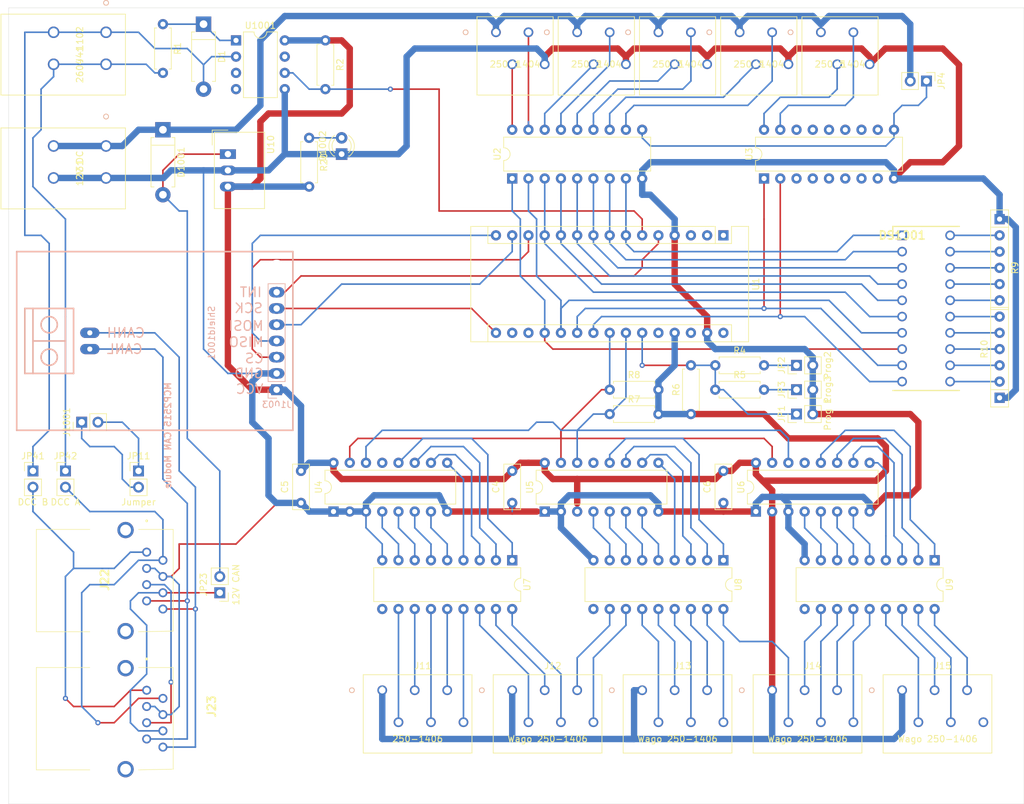
<source format=kicad_pcb>
(kicad_pcb (version 20171130) (host pcbnew 5.1.10)
  (layers (0 F.Cu signal) (31 B.Cu signal) (34 B.Paste user hide) (35 F.Paste user hide) (36 B.SilkS user) (37 F.SilkS user) (38 B.Mask user) (39 F.Mask user hide) (44 Edge.Cuts user))
  (net 0 "")
  (net 1 +5V)
  (net 2 GND)
  (net 3 "Net-(U4-Pad12)")
  (net 4 "Net-(U4-Pad11)")
  (net 5 "Net-(U4-Pad10)")
  (net 6 "Net-(U5-Pad10)")
  (net 7 "Net-(U5-Pad11)")
  (net 8 "Net-(U5-Pad12)")
  (net 9 "Net-(J1-Pad2)")
  (net 10 "Net-(U4-Pad9)")
  (net 11 "Net-(U4-Pad4)")
  (net 12 "Net-(U4-Pad5)")
  (net 13 "Net-(U4-Pad6)")
  (net 14 "Net-(U4-Pad7)")
  (net 15 "Net-(U5-Pad9)")
  (net 16 "Net-(U5-Pad4)")
  (net 17 "Net-(U5-Pad5)")
  (net 18 "Net-(U5-Pad6)")
  (net 19 "Net-(U5-Pad7)")
  (net 20 "Net-(D1-Pad1)")
  (net 21 +12V)
  (net 22 "Net-(J4-Pad2)")
  (net 23 "Net-(J4-Pad3)")
  (net 24 "Net-(J5-Pad2)")
  (net 25 "Net-(J5-Pad3)")
  (net 26 "Net-(D1-Pad2)")
  (net 27 "Net-(DS1001-Pad1)")
  (net 28 "Net-(DS1001-Pad2)")
  (net 29 "Net-(DS1001-Pad3)")
  (net 30 "Net-(DS1001-Pad4)")
  (net 31 "Net-(DS1001-Pad5)")
  (net 32 "Net-(DS1001-Pad6)")
  (net 33 "Net-(DS1001-Pad7)")
  (net 34 "Net-(DS1001-Pad8)")
  (net 35 "Net-(DS1001-Pad9)")
  (net 36 "Net-(DS1001-Pad10)")
  (net 37 "Net-(DS1001-Pad11)")
  (net 38 "Net-(DS1001-Pad12)")
  (net 39 "Net-(DS1001-Pad13)")
  (net 40 "Net-(DS1001-Pad14)")
  (net 41 "Net-(DS1001-Pad15)")
  (net 42 "Net-(DS1001-Pad16)")
  (net 43 "Net-(DS1001-Pad17)")
  (net 44 "Net-(DS1001-Pad18)")
  (net 45 "Net-(DS1001-Pad19)")
  (net 46 "Net-(DS1001-Pad20)")
  (net 47 "Net-(J1-Pad3)")
  (net 48 "Net-(J2-Pad3)")
  (net 49 "Net-(J2-Pad2)")
  (net 50 "Net-(J3-Pad3)")
  (net 51 "Net-(J3-Pad2)")
  (net 52 "Net-(J12-Pad2)")
  (net 53 "Net-(J12-Pad3)")
  (net 54 "Net-(J12-Pad4)")
  (net 55 "Net-(J12-Pad5)")
  (net 56 "Net-(J13-Pad5)")
  (net 57 "Net-(J13-Pad4)")
  (net 58 "Net-(J13-Pad3)")
  (net 59 "Net-(J13-Pad2)")
  (net 60 "Net-(R2-Pad2)")
  (net 61 "Net-(U6-Pad7)")
  (net 62 "Net-(U6-Pad6)")
  (net 63 "Net-(U6-Pad5)")
  (net 64 "Net-(U6-Pad12)")
  (net 65 "Net-(U6-Pad4)")
  (net 66 "Net-(U6-Pad11)")
  (net 67 "Net-(U6-Pad10)")
  (net 68 "Net-(U6-Pad9)")
  (net 69 "Net-(J11-Pad5)")
  (net 70 "Net-(J11-Pad4)")
  (net 71 "Net-(J11-Pad3)")
  (net 72 "Net-(J11-Pad2)")
  (net 73 "Net-(J14-Pad2)")
  (net 74 "Net-(J14-Pad3)")
  (net 75 "Net-(J14-Pad4)")
  (net 76 "Net-(J14-Pad5)")
  (net 77 "Net-(JP1-Pad1)")
  (net 78 "Net-(JP2-Pad1)")
  (net 79 "Net-(JP3-Pad1)")
  (net 80 "Net-(JP4-Pad1)")
  (net 81 "Net-(J1003-Pad7)")
  (net 82 "Net-(J1003-Pad6)")
  (net 83 "Net-(J1003-Pad5)")
  (net 84 "Net-(J1003-Pad4)")
  (net 85 "Net-(J1003-Pad3)")
  (net 86 "Net-(J1001-Pad2)")
  (net 87 "Net-(J1001-Pad1)")
  (net 88 "Net-(J13-Pad6)")
  (net 89 "Net-(J11-Pad6)")
  (net 90 "Net-(J12-Pad6)")
  (net 91 "Net-(J14-Pad6)")
  (net 92 "Net-(J15-Pad2)")
  (net 93 "Net-(J15-Pad3)")
  (net 94 "Net-(J15-Pad4)")
  (net 95 "Net-(J15-Pad5)")
  (net 96 "Net-(R7-Pad1)")
  (net 97 "Net-(R8-Pad1)")
  (net 98 "Net-(J22-Pad1)")
  (net 99 "Net-(J22-Pad2)")
  (net 100 "Net-(J22-Pad5)")
  (net 101 "Net-(J22-Pad6)")
  (net 102 "Net-(J22-Pad7)")
  (net 103 "Net-(J22-Pad8)")
  (net 104 "Net-(J41-Pad3)")
  (net 105 "Net-(D1002-Pad2)")
  (net 106 "Net-(D1001-Pad2)")
  (module Converters_DCDC_ACDC:DCDC-Conv_TRACO_TSR-1 (layer F.Cu) (at 87.63 74.93 270)
    (fp_text reference U10 (at -1.5 -6.71 90) (layer F.SilkS))
    (fp_text value TSR_1-2450)
    (pad 1 thru_hole rect (at 0 0 270) (size 1.5 2.5) (drill 1) (layers *.Cu *.Mask) (net 106 "Net-(D1001-Pad2)"))
    (pad 2 thru_hole oval (at 2.54 0 270) (size 1.5 2.5) (drill 1) (layers *.Cu *.Mask) (net 2 GND))
    (pad 3 thru_hole oval (at 5.08 0 270) (size 1.5 2.5) (drill 1) (layers *.Cu *.Mask) (net 1 +5V))
  )
  (module Diodes_THT:D_DO-15_P10.16mm_Horizontal (layer F.Cu) (at 83.82 54.61 270)
    (fp_text reference D1 (at 5.08 -2.86 90) (layer F.SilkS))
    (fp_text value 1N4004)
    (pad 1 thru_hole rect (at 0 0 270) (size 2.4 2.4) (drill 1.2) (layers *.Cu *.Mask) (net 20 "Net-(D1-Pad1)"))
    (pad 2 thru_hole oval (at 10.16 0 270) (size 2.4 2.4) (drill 1.2) (layers *.Cu *.Mask) (net 26 "Net-(D1-Pad2)"))
  )
  (module Pin_Headers:Pin_Header_Straight_1x02_Pitch2.54mm (layer F.Cu) (at 62.23 124.46)
    (fp_text reference JP42 (at 0 -2.33) (layer F.SilkS))
    (fp_text value "DCC A" (at 0 4.87) (layer F.SilkS))
    (pad 1 thru_hole rect (at 0 0) (size 1.7 1.7) (drill 1) (layers *.Cu *.Mask) (net 104 "Net-(J41-Pad3)"))
    (pad 2 thru_hole oval (at 0 2.54) (size 1.7 1.7) (drill 1) (layers *.Cu *.Mask) (net 99 "Net-(J22-Pad2)"))
  )
  (module Package_DIP:DIP-18_W7.62mm (layer F.Cu) (at 171.45 78.74 90)
    (fp_text reference U3 (at 3.81 -2.33 90) (layer F.SilkS))
    (fp_text value ULN2803A)
    (pad 18 thru_hole oval (at 7.62 0 90) (size 1.6 1.6) (drill 0.8) (layers *.Cu *.Mask) (net 24 "Net-(J5-Pad2)"))
    (pad 9 thru_hole oval (at 0 20.32 90) (size 1.6 1.6) (drill 0.8) (layers *.Cu *.Mask) (net 2 GND))
    (pad 17 thru_hole oval (at 7.62 2.54 90) (size 1.6 1.6) (drill 0.8) (layers *.Cu *.Mask) (net 25 "Net-(J5-Pad3)"))
    (pad 8 thru_hole oval (at 0 17.78 90) (size 1.6 1.6) (drill 0.8) (layers *.Cu *.Mask))
    (pad 16 thru_hole oval (at 7.62 5.08 90) (size 1.6 1.6) (drill 0.8) (layers *.Cu *.Mask))
    (pad 7 thru_hole oval (at 0 15.24 90) (size 1.6 1.6) (drill 0.8) (layers *.Cu *.Mask))
    (pad 15 thru_hole oval (at 7.62 7.62 90) (size 1.6 1.6) (drill 0.8) (layers *.Cu *.Mask))
    (pad 6 thru_hole oval (at 0 12.7 90) (size 1.6 1.6) (drill 0.8) (layers *.Cu *.Mask))
    (pad 14 thru_hole oval (at 7.62 10.16 90) (size 1.6 1.6) (drill 0.8) (layers *.Cu *.Mask))
    (pad 5 thru_hole oval (at 0 10.16 90) (size 1.6 1.6) (drill 0.8) (layers *.Cu *.Mask))
    (pad 13 thru_hole oval (at 7.62 12.7 90) (size 1.6 1.6) (drill 0.8) (layers *.Cu *.Mask))
    (pad 4 thru_hole oval (at 0 7.62 90) (size 1.6 1.6) (drill 0.8) (layers *.Cu *.Mask))
    (pad 12 thru_hole oval (at 7.62 15.24 90) (size 1.6 1.6) (drill 0.8) (layers *.Cu *.Mask))
    (pad 3 thru_hole oval (at 0 5.08 90) (size 1.6 1.6) (drill 0.8) (layers *.Cu *.Mask))
    (pad 11 thru_hole oval (at 7.62 17.78 90) (size 1.6 1.6) (drill 0.8) (layers *.Cu *.Mask))
    (pad 2 thru_hole oval (at 0 2.54 90) (size 1.6 1.6) (drill 0.8) (layers *.Cu *.Mask) (net 36 "Net-(DS1001-Pad10)"))
    (pad 10 thru_hole oval (at 7.62 20.32 90) (size 1.6 1.6) (drill 0.8) (layers *.Cu *.Mask) (net 80 "Net-(JP4-Pad1)"))
    (pad 1 thru_hole rect (at 0 0 90) (size 1.6 1.6) (drill 0.8) (layers *.Cu *.Mask) (net 35 "Net-(DS1001-Pad9)"))
  )
  (module Wago:250-1404 (layer F.Cu) (at 142.24 55.88)
    (fp_text reference J2 (at 2.989834 5) (layer F.SilkS))
    (fp_text value 250-1404 (at 2.989834 5) (layer F.SilkS))
    (fp_text user * (at 0 0) (layer F.SilkS))
    (pad 4 thru_hole circle (at 7.62 5) (size 1.524 1.524) (drill 1.016) (layers *.Cu *.Mask) (net 2 GND))
    (pad 3 thru_hole circle (at 5.08 0) (size 1.524 1.524) (drill 1.016) (layers *.Cu *.Mask) (net 48 "Net-(J2-Pad3)"))
    (pad 2 thru_hole circle (at 2.54 5) (size 1.524 1.524) (drill 1.016) (layers *.Cu *.Mask) (net 49 "Net-(J2-Pad2)"))
    (pad 1 thru_hole circle (at 0 0) (size 1.524 1.524) (drill 1.016) (layers *.Cu *.Mask) (net 21 +12V))
  )
  (module Modules:Arduino_Nano (layer F.Cu) (at 165.1 87.63 270)
    (fp_text reference U1 (at 7.62 -5.08 90) (layer F.SilkS))
    (fp_text value Arduino_Nano)
    (pad 1 thru_hole rect (at 0 0 270) (size 1.6 1.6) (drill 0.8) (layers *.Cu *.Mask))
    (pad 17 thru_hole oval (at 15.24 33.02 270) (size 1.6 1.6) (drill 0.8) (layers *.Cu *.Mask))
    (pad 2 thru_hole oval (at 0 2.54 270) (size 1.6 1.6) (drill 0.8) (layers *.Cu *.Mask))
    (pad 18 thru_hole oval (at 15.24 30.48 270) (size 1.6 1.6) (drill 0.8) (layers *.Cu *.Mask))
    (pad 3 thru_hole oval (at 0 5.08 270) (size 1.6 1.6) (drill 0.8) (layers *.Cu *.Mask))
    (pad 19 thru_hole oval (at 15.24 27.94 270) (size 1.6 1.6) (drill 0.8) (layers *.Cu *.Mask) (net 34 "Net-(DS1001-Pad8)"))
    (pad 4 thru_hole oval (at 0 7.62 270) (size 1.6 1.6) (drill 0.8) (layers *.Cu *.Mask) (net 2 GND))
    (pad 20 thru_hole oval (at 15.24 25.4 270) (size 1.6 1.6) (drill 0.8) (layers *.Cu *.Mask) (net 33 "Net-(DS1001-Pad7)"))
    (pad 5 thru_hole oval (at 0 10.16 270) (size 1.6 1.6) (drill 0.8) (layers *.Cu *.Mask) (net 81 "Net-(J1003-Pad7)"))
    (pad 21 thru_hole oval (at 15.24 22.86 270) (size 1.6 1.6) (drill 0.8) (layers *.Cu *.Mask) (net 35 "Net-(DS1001-Pad9)"))
    (pad 6 thru_hole oval (at 0 12.7 270) (size 1.6 1.6) (drill 0.8) (layers *.Cu *.Mask) (net 60 "Net-(R2-Pad2)"))
    (pad 22 thru_hole oval (at 15.24 20.32 270) (size 1.6 1.6) (drill 0.8) (layers *.Cu *.Mask) (net 36 "Net-(DS1001-Pad10)"))
    (pad 7 thru_hole oval (at 0 15.24 270) (size 1.6 1.6) (drill 0.8) (layers *.Cu *.Mask) (net 27 "Net-(DS1001-Pad1)"))
    (pad 23 thru_hole oval (at 15.24 17.78 270) (size 1.6 1.6) (drill 0.8) (layers *.Cu *.Mask) (net 97 "Net-(R8-Pad1)"))
    (pad 8 thru_hole oval (at 0 17.78 270) (size 1.6 1.6) (drill 0.8) (layers *.Cu *.Mask) (net 28 "Net-(DS1001-Pad2)"))
    (pad 24 thru_hole oval (at 15.24 15.24 270) (size 1.6 1.6) (drill 0.8) (layers *.Cu *.Mask) (net 96 "Net-(R7-Pad1)"))
    (pad 9 thru_hole oval (at 0 20.32 270) (size 1.6 1.6) (drill 0.8) (layers *.Cu *.Mask) (net 29 "Net-(DS1001-Pad3)"))
    (pad 25 thru_hole oval (at 15.24 12.7 270) (size 1.6 1.6) (drill 0.8) (layers *.Cu *.Mask) (net 77 "Net-(JP1-Pad1)"))
    (pad 10 thru_hole oval (at 0 22.86 270) (size 1.6 1.6) (drill 0.8) (layers *.Cu *.Mask) (net 30 "Net-(DS1001-Pad4)"))
    (pad 26 thru_hole oval (at 15.24 10.16 270) (size 1.6 1.6) (drill 0.8) (layers *.Cu *.Mask))
    (pad 11 thru_hole oval (at 0 25.4 270) (size 1.6 1.6) (drill 0.8) (layers *.Cu *.Mask) (net 31 "Net-(DS1001-Pad5)"))
    (pad 27 thru_hole oval (at 15.24 7.62 270) (size 1.6 1.6) (drill 0.8) (layers *.Cu *.Mask) (net 1 +5V))
    (pad 12 thru_hole oval (at 0 27.94 270) (size 1.6 1.6) (drill 0.8) (layers *.Cu *.Mask) (net 32 "Net-(DS1001-Pad6)"))
    (pad 28 thru_hole oval (at 15.24 5.08 270) (size 1.6 1.6) (drill 0.8) (layers *.Cu *.Mask))
    (pad 13 thru_hole oval (at 0 30.48 270) (size 1.6 1.6) (drill 0.8) (layers *.Cu *.Mask) (net 85 "Net-(J1003-Pad3)"))
    (pad 29 thru_hole oval (at 15.24 2.54 270) (size 1.6 1.6) (drill 0.8) (layers *.Cu *.Mask) (net 2 GND))
    (pad 14 thru_hole oval (at 0 33.02 270) (size 1.6 1.6) (drill 0.8) (layers *.Cu *.Mask) (net 83 "Net-(J1003-Pad5)"))
    (pad 30 thru_hole oval (at 15.24 0 270) (size 1.6 1.6) (drill 0.8) (layers *.Cu *.Mask))
    (pad 15 thru_hole oval (at 0 35.56 270) (size 1.6 1.6) (drill 0.8) (layers *.Cu *.Mask) (net 84 "Net-(J1003-Pad4)"))
    (pad 16 thru_hole oval (at 15.24 35.56 270) (size 1.6 1.6) (drill 0.8) (layers *.Cu *.Mask) (net 82 "Net-(J1003-Pad6)"))
  )
  (module CAN-BUS-MODULE:MCP2515_CAN_MODULE_BY0-10 (layer B.Cu) (at 97.79 118.11 90)
    (fp_text reference Shield1001 (at 15.24 -12.7 270) (layer B.SilkS) (effects (justify mirror)))
    (fp_text value CAN-BUS_MODULE_TJA1050)
    (fp_text user VCC (at 6.448204 -9.041669) (layer B.SilkS) (effects (font (size 1.499997 1.499997) (thickness 0.2032)) (justify right mirror)))
    (fp_text user CANH (at 15.24 -29.21) (layer B.SilkS) (effects (font (size 1.499997 1.499997) (thickness 0.2032)) (justify right mirror)))
    (fp_text user CANL (at 12.7 -29.21) (layer B.SilkS) (effects (font (size 1.499997 1.499997) (thickness 0.2032)) (justify right mirror)))
    (fp_text user INT (at 21.585903 -8.424503) (layer B.SilkS) (effects (font (size 1.499997 1.499997) (thickness 0.2032)) (justify right mirror)))
    (fp_text user SCK (at 19.090798 -9.2739) (layer B.SilkS) (effects (font (size 1.499997 1.499997) (thickness 0.2032)) (justify right mirror)))
    (fp_text user MOSI (at 16.327119 -10.16) (layer B.SilkS) (effects (font (size 1.499997 1.499997) (thickness 0.2032)) (justify right mirror)))
    (fp_text user MISO (at 13.787119 -10.16) (layer B.SilkS) (effects (font (size 1.499997 1.499997) (thickness 0.2032)) (justify right mirror)))
    (fp_text user CS (at 11.247119 -7.62) (layer B.SilkS) (effects (font (size 1.499997 1.499997) (thickness 0.2032)) (justify right mirror)))
    (fp_text user GND (at 8.898026 -9.2739) (layer B.SilkS) (effects (font (size 1.499997 1.499997) (thickness 0.2032)) (justify right mirror)))
    (fp_text user "MCP2515 CAN Module" (at 7.62 -19.558001 270) (layer B.SilkS) (effects (font (size 0.999998 0.999998) (thickness 0.2032)) (justify left mirror)))
    (pad 1.1 thru_hole circle (at 1.27 -33.02 90) (size 1.599997 1.599997) (drill 0.799998) (layers *.Cu *.Mask))
    (pad 1.2 thru_hole circle (at 1.27 -30.48 90) (size 1.599997 1.599997) (drill 0.799998) (layers *.Cu *.Mask))
    (pad "" np_thru_hole circle (at 25.4 -40.64 90) (size 2.54 2.54) (drill 2.54) (layers *.Cu *.Mask))
    (pad "" np_thru_hole circle (at 2.54 -40.64 90) (size 2.54 2.54) (drill 2.54) (layers *.Cu *.Mask))
    (pad "" np_thru_hole circle (at 2.54 -2.54 90) (size 2.54 2.54) (drill 2.54) (layers *.Cu *.Mask))
    (pad "" np_thru_hole circle (at 25.4 -2.54 90) (size 2.54 2.54) (drill 2.54) (layers *.Cu *.Mask))
    (pad L thru_hole oval (at 12.7 -31.75 90) (size 1.599997 2.999994) (drill 0.799998) (layers *.Cu *.Mask) (net 102 "Net-(J22-Pad7)"))
    (pad H thru_hole oval (at 15.24 -31.75 90) (size 1.599997 2.999994) (drill 0.799998) (layers *.Cu *.Mask) (net 103 "Net-(J22-Pad8)"))
    (pad 1 thru_hole oval (at 6.35 -2.54 90) (size 1.599997 2.400046) (drill 0.799998) (layers *.Cu *.Mask) (net 1 +5V))
    (pad 2 thru_hole oval (at 8.89 -2.54 90) (size 1.599997 2.400046) (drill 0.799998) (layers *.Cu *.Mask) (net 2 GND))
    (pad 3 thru_hole oval (at 11.43 -2.54 90) (size 1.599997 2.400046) (drill 0.799998) (layers *.Cu *.Mask))
    (pad 4 thru_hole oval (at 13.97 -2.54 270) (size 1.599997 2.400046) (drill 0.799998) (layers *.Cu *.Mask))
    (pad 5 thru_hole oval (at 16.51 -2.54 90) (size 1.599997 2.400046) (drill 0.799998) (layers *.Cu *.Mask))
    (pad 6 thru_hole oval (at 19.05 -2.54 90) (size 1.599997 2.400046) (drill 0.799998) (layers *.Cu *.Mask))
    (pad 7 thru_hole oval (at 21.59 -2.54 90) (size 1.599997 2.400046) (drill 0.799998) (layers *.Cu *.Mask))
  )
  (module CONN_2604-1102_4_WAG (layer F.Cu) (at 68.58 55.88 270)
    (fp_text reference J41 (at 3.499998 4.099999 90) (layer F.SilkS))
    (fp_text value 2604-1102 (at 3.499998 4.099999 90) (layer F.SilkS))
    (fp_text user * (at 0 0 90) (layer F.SilkS))
    (pad 1 thru_hole circle (at 0 0 270) (size 1.8034 1.8034) (drill 1.2954) (layers *.Cu *.Mask) (net 26 "Net-(D1-Pad2)"))
    (pad 3 thru_hole circle (at 5 0 270) (size 1.8034 1.8034) (drill 1.2954) (layers *.Cu *.Mask) (net 104 "Net-(J41-Pad3)"))
    (pad 2 thru_hole circle (at 0 8.199999 270) (size 1.8034 1.8034) (drill 1.2954) (layers *.Cu *.Mask) (net 26 "Net-(D1-Pad2)"))
    (pad 4 thru_hole circle (at 5 8.199999 270) (size 1.8034 1.8034) (drill 1.2954) (layers *.Cu *.Mask) (net 104 "Net-(J41-Pad3)"))
  )
  (module Wago:CONN_250-1406_WAG (layer F.Cu) (at 111.76 158.75)
    (fp_text reference J11 (at 6.35 -3.81) (layer F.SilkS))
    (fp_text value 250-1406 (at 5.529834 7.62) (layer F.SilkS))
    (fp_text user * (at 0 0) (layer F.SilkS))
    (pad 6 thru_hole circle (at 12.7 5) (size 1.524 1.524) (drill 1.016) (layers *.Cu *.Mask) (net 89 "Net-(J11-Pad6)"))
    (pad 5 thru_hole circle (at 10.16 0) (size 1.524 1.524) (drill 1.016) (layers *.Cu *.Mask) (net 69 "Net-(J11-Pad5)"))
    (pad 4 thru_hole circle (at 7.62 5) (size 1.524 1.524) (drill 1.016) (layers *.Cu *.Mask) (net 70 "Net-(J11-Pad4)"))
    (pad 3 thru_hole circle (at 5.08 0) (size 1.524 1.524) (drill 1.016) (layers *.Cu *.Mask) (net 71 "Net-(J11-Pad3)"))
    (pad 2 thru_hole circle (at 2.54 5) (size 1.524 1.524) (drill 1.016) (layers *.Cu *.Mask) (net 72 "Net-(J11-Pad2)"))
    (pad 1 thru_hole circle (at 0 0) (size 1.524 1.524) (drill 1.016) (layers *.Cu *.Mask) (net 1 +5V))
  )
  (module Package_DIP:DIP-16_W7.62mm (layer F.Cu) (at 137.16 130.81 90)
    (fp_text reference U5 (at 3.81 -2.33 90) (layer F.SilkS))
    (fp_text value PCF8574)
    (pad 16 thru_hole oval (at 7.62 0 90) (size 1.6 1.6) (drill 0.8) (layers *.Cu *.Mask) (net 1 +5V))
    (pad 8 thru_hole oval (at 0 17.78 90) (size 1.6 1.6) (drill 0.8) (layers *.Cu *.Mask) (net 2 GND))
    (pad 15 thru_hole oval (at 7.62 2.54 90) (size 1.6 1.6) (drill 0.8) (layers *.Cu *.Mask) (net 97 "Net-(R8-Pad1)"))
    (pad 7 thru_hole oval (at 0 15.24 90) (size 1.6 1.6) (drill 0.8) (layers *.Cu *.Mask) (net 19 "Net-(U5-Pad7)"))
    (pad 14 thru_hole oval (at 7.62 5.08 90) (size 1.6 1.6) (drill 0.8) (layers *.Cu *.Mask) (net 96 "Net-(R7-Pad1)"))
    (pad 6 thru_hole oval (at 0 12.7 90) (size 1.6 1.6) (drill 0.8) (layers *.Cu *.Mask) (net 18 "Net-(U5-Pad6)"))
    (pad 13 thru_hole oval (at 7.62 7.62 90) (size 1.6 1.6) (drill 0.8) (layers *.Cu *.Mask))
    (pad 5 thru_hole oval (at 0 10.16 90) (size 1.6 1.6) (drill 0.8) (layers *.Cu *.Mask) (net 17 "Net-(U5-Pad5)"))
    (pad 12 thru_hole oval (at 7.62 10.16 90) (size 1.6 1.6) (drill 0.8) (layers *.Cu *.Mask) (net 8 "Net-(U5-Pad12)"))
    (pad 4 thru_hole oval (at 0 7.62 90) (size 1.6 1.6) (drill 0.8) (layers *.Cu *.Mask) (net 16 "Net-(U5-Pad4)"))
    (pad 11 thru_hole oval (at 7.62 12.7 90) (size 1.6 1.6) (drill 0.8) (layers *.Cu *.Mask) (net 7 "Net-(U5-Pad11)"))
    (pad 3 thru_hole oval (at 0 5.08 90) (size 1.6 1.6) (drill 0.8) (layers *.Cu *.Mask) (net 1 +5V))
    (pad 10 thru_hole oval (at 7.62 15.24 90) (size 1.6 1.6) (drill 0.8) (layers *.Cu *.Mask) (net 6 "Net-(U5-Pad10)"))
    (pad 2 thru_hole oval (at 0 2.54 90) (size 1.6 1.6) (drill 0.8) (layers *.Cu *.Mask) (net 2 GND))
    (pad 9 thru_hole oval (at 7.62 17.78 90) (size 1.6 1.6) (drill 0.8) (layers *.Cu *.Mask) (net 15 "Net-(U5-Pad9)"))
    (pad 1 thru_hole rect (at 0 0 90) (size 1.6 1.6) (drill 0.8) (layers *.Cu *.Mask) (net 2 GND))
  )
  (module Package_DIP:DIP-16_W7.62mm (layer F.Cu) (at 104.14 130.81 90)
    (fp_text reference U4 (at 3.81 -2.33 90) (layer F.SilkS))
    (fp_text value PCF8574)
    (pad 16 thru_hole oval (at 7.62 0 90) (size 1.6 1.6) (drill 0.8) (layers *.Cu *.Mask) (net 1 +5V))
    (pad 8 thru_hole oval (at 0 17.78 90) (size 1.6 1.6) (drill 0.8) (layers *.Cu *.Mask) (net 2 GND))
    (pad 15 thru_hole oval (at 7.62 2.54 90) (size 1.6 1.6) (drill 0.8) (layers *.Cu *.Mask) (net 97 "Net-(R8-Pad1)"))
    (pad 7 thru_hole oval (at 0 15.24 90) (size 1.6 1.6) (drill 0.8) (layers *.Cu *.Mask) (net 14 "Net-(U4-Pad7)"))
    (pad 14 thru_hole oval (at 7.62 5.08 90) (size 1.6 1.6) (drill 0.8) (layers *.Cu *.Mask) (net 96 "Net-(R7-Pad1)"))
    (pad 6 thru_hole oval (at 0 12.7 90) (size 1.6 1.6) (drill 0.8) (layers *.Cu *.Mask) (net 13 "Net-(U4-Pad6)"))
    (pad 13 thru_hole oval (at 7.62 7.62 90) (size 1.6 1.6) (drill 0.8) (layers *.Cu *.Mask))
    (pad 5 thru_hole oval (at 0 10.16 90) (size 1.6 1.6) (drill 0.8) (layers *.Cu *.Mask) (net 12 "Net-(U4-Pad5)"))
    (pad 12 thru_hole oval (at 7.62 10.16 90) (size 1.6 1.6) (drill 0.8) (layers *.Cu *.Mask) (net 3 "Net-(U4-Pad12)"))
    (pad 4 thru_hole oval (at 0 7.62 90) (size 1.6 1.6) (drill 0.8) (layers *.Cu *.Mask) (net 11 "Net-(U4-Pad4)"))
    (pad 11 thru_hole oval (at 7.62 12.7 90) (size 1.6 1.6) (drill 0.8) (layers *.Cu *.Mask) (net 4 "Net-(U4-Pad11)"))
    (pad 3 thru_hole oval (at 0 5.08 90) (size 1.6 1.6) (drill 0.8) (layers *.Cu *.Mask) (net 2 GND))
    (pad 10 thru_hole oval (at 7.62 15.24 90) (size 1.6 1.6) (drill 0.8) (layers *.Cu *.Mask) (net 5 "Net-(U4-Pad10)"))
    (pad 2 thru_hole oval (at 0 2.54 90) (size 1.6 1.6) (drill 0.8) (layers *.Cu *.Mask) (net 2 GND))
    (pad 9 thru_hole oval (at 7.62 17.78 90) (size 1.6 1.6) (drill 0.8) (layers *.Cu *.Mask) (net 10 "Net-(U4-Pad9)"))
    (pad 1 thru_hole rect (at 0 0 90) (size 1.6 1.6) (drill 0.8) (layers *.Cu *.Mask) (net 2 GND))
  )
  (module Package_DIP:DIP-18_W7.62mm (layer F.Cu) (at 132.08 138.43 270)
    (fp_text reference U7 (at 3.81 -2.33 90) (layer F.SilkS))
    (fp_text value ULN2803A)
    (pad 18 thru_hole oval (at 7.62 0 270) (size 1.6 1.6) (drill 0.8) (layers *.Cu *.Mask) (net 54 "Net-(J12-Pad4)"))
    (pad 9 thru_hole oval (at 0 20.32 270) (size 1.6 1.6) (drill 0.8) (layers *.Cu *.Mask) (net 2 GND))
    (pad 17 thru_hole oval (at 7.62 2.54 270) (size 1.6 1.6) (drill 0.8) (layers *.Cu *.Mask) (net 53 "Net-(J12-Pad3)"))
    (pad 8 thru_hole oval (at 0 17.78 270) (size 1.6 1.6) (drill 0.8) (layers *.Cu *.Mask) (net 11 "Net-(U4-Pad4)"))
    (pad 16 thru_hole oval (at 7.62 5.08 270) (size 1.6 1.6) (drill 0.8) (layers *.Cu *.Mask) (net 52 "Net-(J12-Pad2)"))
    (pad 7 thru_hole oval (at 0 15.24 270) (size 1.6 1.6) (drill 0.8) (layers *.Cu *.Mask) (net 12 "Net-(U4-Pad5)"))
    (pad 15 thru_hole oval (at 7.62 7.62 270) (size 1.6 1.6) (drill 0.8) (layers *.Cu *.Mask) (net 89 "Net-(J11-Pad6)"))
    (pad 6 thru_hole oval (at 0 12.7 270) (size 1.6 1.6) (drill 0.8) (layers *.Cu *.Mask) (net 13 "Net-(U4-Pad6)"))
    (pad 14 thru_hole oval (at 7.62 10.16 270) (size 1.6 1.6) (drill 0.8) (layers *.Cu *.Mask) (net 69 "Net-(J11-Pad5)"))
    (pad 5 thru_hole oval (at 0 10.16 270) (size 1.6 1.6) (drill 0.8) (layers *.Cu *.Mask) (net 14 "Net-(U4-Pad7)"))
    (pad 13 thru_hole oval (at 7.62 12.7 270) (size 1.6 1.6) (drill 0.8) (layers *.Cu *.Mask) (net 70 "Net-(J11-Pad4)"))
    (pad 4 thru_hole oval (at 0 7.62 270) (size 1.6 1.6) (drill 0.8) (layers *.Cu *.Mask) (net 10 "Net-(U4-Pad9)"))
    (pad 12 thru_hole oval (at 7.62 15.24 270) (size 1.6 1.6) (drill 0.8) (layers *.Cu *.Mask) (net 71 "Net-(J11-Pad3)"))
    (pad 3 thru_hole oval (at 0 5.08 270) (size 1.6 1.6) (drill 0.8) (layers *.Cu *.Mask) (net 5 "Net-(U4-Pad10)"))
    (pad 11 thru_hole oval (at 7.62 17.78 270) (size 1.6 1.6) (drill 0.8) (layers *.Cu *.Mask) (net 72 "Net-(J11-Pad2)"))
    (pad 2 thru_hole oval (at 0 2.54 270) (size 1.6 1.6) (drill 0.8) (layers *.Cu *.Mask) (net 4 "Net-(U4-Pad11)"))
    (pad 10 thru_hole oval (at 7.62 20.32 270) (size 1.6 1.6) (drill 0.8) (layers *.Cu *.Mask))
    (pad 1 thru_hole rect (at 0 0 270) (size 1.6 1.6) (drill 0.8) (layers *.Cu *.Mask) (net 3 "Net-(U4-Pad12)"))
  )
  (module Package_DIP:DIP-16_W7.62mm (layer F.Cu) (at 170.18 130.81 90)
    (fp_text reference U6 (at 3.81 -2.33 90) (layer F.SilkS))
    (fp_text value PCF8574)
    (pad 16 thru_hole oval (at 7.62 0 90) (size 1.6 1.6) (drill 0.8) (layers *.Cu *.Mask) (net 1 +5V))
    (pad 8 thru_hole oval (at 0 17.78 90) (size 1.6 1.6) (drill 0.8) (layers *.Cu *.Mask) (net 2 GND))
    (pad 15 thru_hole oval (at 7.62 2.54 90) (size 1.6 1.6) (drill 0.8) (layers *.Cu *.Mask) (net 97 "Net-(R8-Pad1)"))
    (pad 7 thru_hole oval (at 0 15.24 90) (size 1.6 1.6) (drill 0.8) (layers *.Cu *.Mask) (net 61 "Net-(U6-Pad7)"))
    (pad 14 thru_hole oval (at 7.62 5.08 90) (size 1.6 1.6) (drill 0.8) (layers *.Cu *.Mask) (net 96 "Net-(R7-Pad1)"))
    (pad 6 thru_hole oval (at 0 12.7 90) (size 1.6 1.6) (drill 0.8) (layers *.Cu *.Mask) (net 62 "Net-(U6-Pad6)"))
    (pad 13 thru_hole oval (at 7.62 7.62 90) (size 1.6 1.6) (drill 0.8) (layers *.Cu *.Mask))
    (pad 5 thru_hole oval (at 0 10.16 90) (size 1.6 1.6) (drill 0.8) (layers *.Cu *.Mask) (net 63 "Net-(U6-Pad5)"))
    (pad 12 thru_hole oval (at 7.62 10.16 90) (size 1.6 1.6) (drill 0.8) (layers *.Cu *.Mask) (net 64 "Net-(U6-Pad12)"))
    (pad 4 thru_hole oval (at 0 7.62 90) (size 1.6 1.6) (drill 0.8) (layers *.Cu *.Mask) (net 65 "Net-(U6-Pad4)"))
    (pad 11 thru_hole oval (at 7.62 12.7 90) (size 1.6 1.6) (drill 0.8) (layers *.Cu *.Mask) (net 66 "Net-(U6-Pad11)"))
    (pad 3 thru_hole oval (at 0 5.08 90) (size 1.6 1.6) (drill 0.8) (layers *.Cu *.Mask) (net 2 GND))
    (pad 10 thru_hole oval (at 7.62 15.24 90) (size 1.6 1.6) (drill 0.8) (layers *.Cu *.Mask) (net 67 "Net-(U6-Pad10)"))
    (pad 2 thru_hole oval (at 0 2.54 90) (size 1.6 1.6) (drill 0.8) (layers *.Cu *.Mask) (net 1 +5V))
    (pad 9 thru_hole oval (at 7.62 17.78 90) (size 1.6 1.6) (drill 0.8) (layers *.Cu *.Mask) (net 68 "Net-(U6-Pad9)"))
    (pad 1 thru_hole rect (at 0 0 90) (size 1.6 1.6) (drill 0.8) (layers *.Cu *.Mask) (net 2 GND))
  )
  (module Package_DIP:DIP-18_W7.62mm (layer F.Cu) (at 165.1 138.43 270)
    (fp_text reference U8 (at 3.81 -2.33 90) (layer F.SilkS))
    (fp_text value ULN2803A)
    (pad 18 thru_hole oval (at 7.62 0 270) (size 1.6 1.6) (drill 0.8) (layers *.Cu *.Mask) (net 73 "Net-(J14-Pad2)"))
    (pad 9 thru_hole oval (at 0 20.32 270) (size 1.6 1.6) (drill 0.8) (layers *.Cu *.Mask) (net 2 GND))
    (pad 17 thru_hole oval (at 7.62 2.54 270) (size 1.6 1.6) (drill 0.8) (layers *.Cu *.Mask) (net 88 "Net-(J13-Pad6)"))
    (pad 8 thru_hole oval (at 0 17.78 270) (size 1.6 1.6) (drill 0.8) (layers *.Cu *.Mask) (net 16 "Net-(U5-Pad4)"))
    (pad 16 thru_hole oval (at 7.62 5.08 270) (size 1.6 1.6) (drill 0.8) (layers *.Cu *.Mask) (net 56 "Net-(J13-Pad5)"))
    (pad 7 thru_hole oval (at 0 15.24 270) (size 1.6 1.6) (drill 0.8) (layers *.Cu *.Mask) (net 17 "Net-(U5-Pad5)"))
    (pad 15 thru_hole oval (at 7.62 7.62 270) (size 1.6 1.6) (drill 0.8) (layers *.Cu *.Mask) (net 57 "Net-(J13-Pad4)"))
    (pad 6 thru_hole oval (at 0 12.7 270) (size 1.6 1.6) (drill 0.8) (layers *.Cu *.Mask) (net 18 "Net-(U5-Pad6)"))
    (pad 14 thru_hole oval (at 7.62 10.16 270) (size 1.6 1.6) (drill 0.8) (layers *.Cu *.Mask) (net 58 "Net-(J13-Pad3)"))
    (pad 5 thru_hole oval (at 0 10.16 270) (size 1.6 1.6) (drill 0.8) (layers *.Cu *.Mask) (net 19 "Net-(U5-Pad7)"))
    (pad 13 thru_hole oval (at 7.62 12.7 270) (size 1.6 1.6) (drill 0.8) (layers *.Cu *.Mask) (net 59 "Net-(J13-Pad2)"))
    (pad 4 thru_hole oval (at 0 7.62 270) (size 1.6 1.6) (drill 0.8) (layers *.Cu *.Mask) (net 15 "Net-(U5-Pad9)"))
    (pad 12 thru_hole oval (at 7.62 15.24 270) (size 1.6 1.6) (drill 0.8) (layers *.Cu *.Mask) (net 90 "Net-(J12-Pad6)"))
    (pad 3 thru_hole oval (at 0 5.08 270) (size 1.6 1.6) (drill 0.8) (layers *.Cu *.Mask) (net 6 "Net-(U5-Pad10)"))
    (pad 11 thru_hole oval (at 7.62 17.78 270) (size 1.6 1.6) (drill 0.8) (layers *.Cu *.Mask) (net 55 "Net-(J12-Pad5)"))
    (pad 2 thru_hole oval (at 0 2.54 270) (size 1.6 1.6) (drill 0.8) (layers *.Cu *.Mask) (net 7 "Net-(U5-Pad11)"))
    (pad 10 thru_hole oval (at 7.62 20.32 270) (size 1.6 1.6) (drill 0.8) (layers *.Cu *.Mask))
    (pad 1 thru_hole rect (at 0 0 270) (size 1.6 1.6) (drill 0.8) (layers *.Cu *.Mask) (net 8 "Net-(U5-Pad12)"))
  )
  (module Package_DIP:DIP-18_W7.62mm (layer F.Cu) (at 198.12 138.43 270)
    (fp_text reference U9 (at 3.81 -2.33 90) (layer F.SilkS))
    (fp_text value ULN2803A)
    (pad 18 thru_hole oval (at 7.62 0 270) (size 1.6 1.6) (drill 0.8) (layers *.Cu *.Mask) (net 95 "Net-(J15-Pad5)"))
    (pad 9 thru_hole oval (at 0 20.32 270) (size 1.6 1.6) (drill 0.8) (layers *.Cu *.Mask) (net 2 GND))
    (pad 17 thru_hole oval (at 7.62 2.54 270) (size 1.6 1.6) (drill 0.8) (layers *.Cu *.Mask) (net 94 "Net-(J15-Pad4)"))
    (pad 8 thru_hole oval (at 0 17.78 270) (size 1.6 1.6) (drill 0.8) (layers *.Cu *.Mask) (net 65 "Net-(U6-Pad4)"))
    (pad 16 thru_hole oval (at 7.62 5.08 270) (size 1.6 1.6) (drill 0.8) (layers *.Cu *.Mask) (net 93 "Net-(J15-Pad3)"))
    (pad 7 thru_hole oval (at 0 15.24 270) (size 1.6 1.6) (drill 0.8) (layers *.Cu *.Mask) (net 63 "Net-(U6-Pad5)"))
    (pad 15 thru_hole oval (at 7.62 7.62 270) (size 1.6 1.6) (drill 0.8) (layers *.Cu *.Mask) (net 92 "Net-(J15-Pad2)"))
    (pad 6 thru_hole oval (at 0 12.7 270) (size 1.6 1.6) (drill 0.8) (layers *.Cu *.Mask) (net 62 "Net-(U6-Pad6)"))
    (pad 14 thru_hole oval (at 7.62 10.16 270) (size 1.6 1.6) (drill 0.8) (layers *.Cu *.Mask) (net 91 "Net-(J14-Pad6)"))
    (pad 5 thru_hole oval (at 0 10.16 270) (size 1.6 1.6) (drill 0.8) (layers *.Cu *.Mask) (net 61 "Net-(U6-Pad7)"))
    (pad 13 thru_hole oval (at 7.62 12.7 270) (size 1.6 1.6) (drill 0.8) (layers *.Cu *.Mask) (net 76 "Net-(J14-Pad5)"))
    (pad 4 thru_hole oval (at 0 7.62 270) (size 1.6 1.6) (drill 0.8) (layers *.Cu *.Mask) (net 68 "Net-(U6-Pad9)"))
    (pad 12 thru_hole oval (at 7.62 15.24 270) (size 1.6 1.6) (drill 0.8) (layers *.Cu *.Mask) (net 75 "Net-(J14-Pad4)"))
    (pad 3 thru_hole oval (at 0 5.08 270) (size 1.6 1.6) (drill 0.8) (layers *.Cu *.Mask) (net 67 "Net-(U6-Pad10)"))
    (pad 11 thru_hole oval (at 7.62 17.78 270) (size 1.6 1.6) (drill 0.8) (layers *.Cu *.Mask) (net 74 "Net-(J14-Pad3)"))
    (pad 2 thru_hole oval (at 0 2.54 270) (size 1.6 1.6) (drill 0.8) (layers *.Cu *.Mask) (net 66 "Net-(U6-Pad11)"))
    (pad 10 thru_hole oval (at 7.62 20.32 270) (size 1.6 1.6) (drill 0.8) (layers *.Cu *.Mask))
    (pad 1 thru_hole rect (at 0 0 270) (size 1.6 1.6) (drill 0.8) (layers *.Cu *.Mask) (net 64 "Net-(U6-Pad12)"))
  )
  (module Package_DIP:DIP-18_W7.62mm (layer F.Cu) (at 132.08 78.74 90)
    (fp_text reference U2 (at 3.81 -2.33 90) (layer F.SilkS))
    (fp_text value ULN2803A)
    (pad 18 thru_hole oval (at 7.62 0 90) (size 1.6 1.6) (drill 0.8) (layers *.Cu *.Mask) (net 9 "Net-(J1-Pad2)"))
    (pad 9 thru_hole oval (at 0 20.32 90) (size 1.6 1.6) (drill 0.8) (layers *.Cu *.Mask) (net 2 GND))
    (pad 17 thru_hole oval (at 7.62 2.54 90) (size 1.6 1.6) (drill 0.8) (layers *.Cu *.Mask) (net 47 "Net-(J1-Pad3)"))
    (pad 8 thru_hole oval (at 0 17.78 90) (size 1.6 1.6) (drill 0.8) (layers *.Cu *.Mask) (net 27 "Net-(DS1001-Pad1)"))
    (pad 16 thru_hole oval (at 7.62 5.08 90) (size 1.6 1.6) (drill 0.8) (layers *.Cu *.Mask) (net 49 "Net-(J2-Pad2)"))
    (pad 7 thru_hole oval (at 0 15.24 90) (size 1.6 1.6) (drill 0.8) (layers *.Cu *.Mask) (net 28 "Net-(DS1001-Pad2)"))
    (pad 15 thru_hole oval (at 7.62 7.62 90) (size 1.6 1.6) (drill 0.8) (layers *.Cu *.Mask) (net 48 "Net-(J2-Pad3)"))
    (pad 6 thru_hole oval (at 0 12.7 90) (size 1.6 1.6) (drill 0.8) (layers *.Cu *.Mask) (net 29 "Net-(DS1001-Pad3)"))
    (pad 14 thru_hole oval (at 7.62 10.16 90) (size 1.6 1.6) (drill 0.8) (layers *.Cu *.Mask) (net 51 "Net-(J3-Pad2)"))
    (pad 5 thru_hole oval (at 0 10.16 90) (size 1.6 1.6) (drill 0.8) (layers *.Cu *.Mask) (net 30 "Net-(DS1001-Pad4)"))
    (pad 13 thru_hole oval (at 7.62 12.7 90) (size 1.6 1.6) (drill 0.8) (layers *.Cu *.Mask) (net 50 "Net-(J3-Pad3)"))
    (pad 4 thru_hole oval (at 0 7.62 90) (size 1.6 1.6) (drill 0.8) (layers *.Cu *.Mask) (net 31 "Net-(DS1001-Pad5)"))
    (pad 12 thru_hole oval (at 7.62 15.24 90) (size 1.6 1.6) (drill 0.8) (layers *.Cu *.Mask) (net 22 "Net-(J4-Pad2)"))
    (pad 3 thru_hole oval (at 0 5.08 90) (size 1.6 1.6) (drill 0.8) (layers *.Cu *.Mask) (net 32 "Net-(DS1001-Pad6)"))
    (pad 11 thru_hole oval (at 7.62 17.78 90) (size 1.6 1.6) (drill 0.8) (layers *.Cu *.Mask) (net 23 "Net-(J4-Pad3)"))
    (pad 2 thru_hole oval (at 0 2.54 90) (size 1.6 1.6) (drill 0.8) (layers *.Cu *.Mask) (net 33 "Net-(DS1001-Pad7)"))
    (pad 10 thru_hole oval (at 7.62 20.32 90) (size 1.6 1.6) (drill 0.8) (layers *.Cu *.Mask) (net 80 "Net-(JP4-Pad1)"))
    (pad 1 thru_hole rect (at 0 0 90) (size 1.6 1.6) (drill 0.8) (layers *.Cu *.Mask) (net 34 "Net-(DS1001-Pad8)"))
  )
  (module Capacitors_THT:C_Disc_D7.0mm_W2.5mm_P5.00mm (layer F.Cu) (at 132.08 124.46 270)
    (fp_text reference C4 (at 2.5 2.54 90) (layer F.SilkS))
    (fp_text value 100n)
    (pad 1 thru_hole circle (at 0 0 270) (size 1.6 1.6) (drill 0.8) (layers *.Cu *.Mask) (net 1 +5V))
    (pad 2 thru_hole circle (at 5 0 270) (size 1.6 1.6) (drill 0.8) (layers *.Cu *.Mask) (net 2 GND))
  )
  (module Capacitors_THT:C_Disc_D7.0mm_W2.5mm_P5.00mm (layer F.Cu) (at 99.06 124.46 270)
    (fp_text reference C5 (at 2.5 2.54 90) (layer F.SilkS))
    (fp_text value 100n)
    (pad 1 thru_hole circle (at 0 0 270) (size 1.6 1.6) (drill 0.8) (layers *.Cu *.Mask) (net 1 +5V))
    (pad 2 thru_hole circle (at 5 0 270) (size 1.6 1.6) (drill 0.8) (layers *.Cu *.Mask) (net 2 GND))
  )
  (module Capacitors_THT:C_Disc_D7.0mm_W2.5mm_P5.00mm (layer F.Cu) (at 165.1 124.46 270)
    (fp_text reference C6 (at 2.5 2.54 90) (layer F.SilkS))
    (fp_text value 100n)
    (pad 1 thru_hole circle (at 0 0 270) (size 1.6 1.6) (drill 0.8) (layers *.Cu *.Mask) (net 1 +5V))
    (pad 2 thru_hole circle (at 5 0 270) (size 1.6 1.6) (drill 0.8) (layers *.Cu *.Mask) (net 2 GND))
  )
  (module Resistors_THT:R_Axial_DIN0207_L6.3mm_D2.5mm_P7.62mm_Horizontal (layer F.Cu) (at 77.47 54.61 270)
    (fp_text reference R1 (at 3.81 -2.31 90) (layer F.SilkS))
    (fp_text value 1k5)
    (pad 1 thru_hole circle (at 0 0 270) (size 1.6 1.6) (drill 0.8) (layers *.Cu *.Mask) (net 20 "Net-(D1-Pad1)"))
    (pad 2 thru_hole oval (at 7.62 0 270) (size 1.6 1.6) (drill 0.8) (layers *.Cu *.Mask) (net 104 "Net-(J41-Pad3)"))
  )
  (module Resistors_THT:R_Axial_DIN0207_L6.3mm_D2.5mm_P7.62mm_Horizontal (layer F.Cu) (at 102.87 57.15 270)
    (fp_text reference R2 (at 3.81 -2.31 90) (layer F.SilkS))
    (fp_text value 10K)
    (pad 1 thru_hole circle (at 0 0 270) (size 1.6 1.6) (drill 0.8) (layers *.Cu *.Mask) (net 1 +5V))
    (pad 2 thru_hole oval (at 7.62 0 270) (size 1.6 1.6) (drill 0.8) (layers *.Cu *.Mask) (net 60 "Net-(R2-Pad2)"))
  )
  (module Package_DIP:DIP-8_W7.62mm (layer F.Cu) (at 88.9 57.15)
    (fp_text reference U1001 (at 3.81 -2.33) (layer F.SilkS))
    (fp_text value 6N136)
    (pad 8 thru_hole oval (at 7.62 0) (size 1.6 1.6) (drill 0.8) (layers *.Cu *.Mask) (net 1 +5V))
    (pad 4 thru_hole oval (at 0 7.62) (size 1.6 1.6) (drill 0.8) (layers *.Cu *.Mask))
    (pad 7 thru_hole oval (at 7.62 2.54) (size 1.6 1.6) (drill 0.8) (layers *.Cu *.Mask))
    (pad 3 thru_hole oval (at 0 5.08) (size 1.6 1.6) (drill 0.8) (layers *.Cu *.Mask) (net 26 "Net-(D1-Pad2)"))
    (pad 6 thru_hole oval (at 7.62 5.08) (size 1.6 1.6) (drill 0.8) (layers *.Cu *.Mask) (net 60 "Net-(R2-Pad2)"))
    (pad 2 thru_hole oval (at 0 2.54) (size 1.6 1.6) (drill 0.8) (layers *.Cu *.Mask) (net 20 "Net-(D1-Pad1)"))
    (pad 5 thru_hole oval (at 7.62 7.62) (size 1.6 1.6) (drill 0.8) (layers *.Cu *.Mask) (net 2 GND))
    (pad 1 thru_hole rect (at 0 0) (size 1.6 1.6) (drill 0.8) (layers *.Cu *.Mask))
  )
  (module Wago:250-1404 (layer F.Cu) (at 129.54 55.88)
    (fp_text reference J1 (at 2.989834 5) (layer F.SilkS))
    (fp_text value 250-1404 (at 2.989834 5) (layer F.SilkS))
    (fp_text user * (at 0 0) (layer F.SilkS))
    (pad 4 thru_hole circle (at 7.62 5) (size 1.524 1.524) (drill 1.016) (layers *.Cu *.Mask) (net 2 GND))
    (pad 3 thru_hole circle (at 5.08 0) (size 1.524 1.524) (drill 1.016) (layers *.Cu *.Mask) (net 47 "Net-(J1-Pad3)"))
    (pad 2 thru_hole circle (at 2.54 5) (size 1.524 1.524) (drill 1.016) (layers *.Cu *.Mask) (net 9 "Net-(J1-Pad2)"))
    (pad 1 thru_hole circle (at 0 0) (size 1.524 1.524) (drill 1.016) (layers *.Cu *.Mask) (net 21 +12V))
  )
  (module Wago:250-1404 (layer F.Cu) (at 154.94 55.88)
    (fp_text reference J3 (at 2.989834 5) (layer F.SilkS))
    (fp_text value 250-1404 (at 2.989834 5) (layer F.SilkS))
    (fp_text user * (at 0 0) (layer F.SilkS))
    (pad 4 thru_hole circle (at 7.62 5) (size 1.524 1.524) (drill 1.016) (layers *.Cu *.Mask) (net 2 GND))
    (pad 3 thru_hole circle (at 5.08 0) (size 1.524 1.524) (drill 1.016) (layers *.Cu *.Mask) (net 50 "Net-(J3-Pad3)"))
    (pad 2 thru_hole circle (at 2.54 5) (size 1.524 1.524) (drill 1.016) (layers *.Cu *.Mask) (net 51 "Net-(J3-Pad2)"))
    (pad 1 thru_hole circle (at 0 0) (size 1.524 1.524) (drill 1.016) (layers *.Cu *.Mask) (net 21 +12V))
  )
  (module Wago:250-1404 (layer F.Cu) (at 167.64 55.88)
    (fp_text reference J4 (at 2.989834 5) (layer F.SilkS))
    (fp_text value 250-1404 (at 2.989834 5) (layer F.SilkS))
    (fp_text user * (at 0 0) (layer F.SilkS))
    (pad 4 thru_hole circle (at 7.62 5) (size 1.524 1.524) (drill 1.016) (layers *.Cu *.Mask) (net 2 GND))
    (pad 3 thru_hole circle (at 5.08 0) (size 1.524 1.524) (drill 1.016) (layers *.Cu *.Mask) (net 23 "Net-(J4-Pad3)"))
    (pad 2 thru_hole circle (at 2.54 5) (size 1.524 1.524) (drill 1.016) (layers *.Cu *.Mask) (net 22 "Net-(J4-Pad2)"))
    (pad 1 thru_hole circle (at 0 0) (size 1.524 1.524) (drill 1.016) (layers *.Cu *.Mask) (net 21 +12V))
  )
  (module Wago:250-1404 (layer F.Cu) (at 180.34 55.88)
    (fp_text reference J5 (at 2.989834 5) (layer F.SilkS))
    (fp_text value 250-1404 (at 2.989834 5) (layer F.SilkS))
    (fp_text user * (at 0 0) (layer F.SilkS))
    (pad 4 thru_hole circle (at 7.62 5) (size 1.524 1.524) (drill 1.016) (layers *.Cu *.Mask) (net 2 GND))
    (pad 3 thru_hole circle (at 5.08 0) (size 1.524 1.524) (drill 1.016) (layers *.Cu *.Mask) (net 25 "Net-(J5-Pad3)"))
    (pad 2 thru_hole circle (at 2.54 5) (size 1.524 1.524) (drill 1.016) (layers *.Cu *.Mask) (net 24 "Net-(J5-Pad2)"))
    (pad 1 thru_hole circle (at 0 0) (size 1.524 1.524) (drill 1.016) (layers *.Cu *.Mask) (net 21 +12V))
  )
  (module Resistors_THT:R_Array_SIP6 (layer F.Cu) (at 208.28 85.09 270)
    (fp_text reference R9 (at 7.62 -2.4 90) (layer F.SilkS))
    (fp_text value 1k)
    (pad 1 thru_hole rect (at 0 0 270) (size 1.6 1.6) (drill 0.8) (layers *.Cu *.Mask) (net 2 GND))
    (pad 2 thru_hole oval (at 2.54 0 270) (size 1.6 1.6) (drill 0.8) (layers *.Cu *.Mask) (net 46 "Net-(DS1001-Pad20)"))
    (pad 3 thru_hole oval (at 5.08 0 270) (size 1.6 1.6) (drill 0.8) (layers *.Cu *.Mask) (net 45 "Net-(DS1001-Pad19)"))
    (pad 4 thru_hole oval (at 7.62 0 270) (size 1.6 1.6) (drill 0.8) (layers *.Cu *.Mask) (net 44 "Net-(DS1001-Pad18)"))
    (pad 5 thru_hole oval (at 10.16 0 270) (size 1.6 1.6) (drill 0.8) (layers *.Cu *.Mask) (net 43 "Net-(DS1001-Pad17)"))
    (pad 6 thru_hole oval (at 12.7 0 270) (size 1.6 1.6) (drill 0.8) (layers *.Cu *.Mask) (net 42 "Net-(DS1001-Pad16)"))
  )
  (module Resistors_THT:R_Array_SIP6 (layer F.Cu) (at 208.28 113.03 90)
    (fp_text reference R10 (at 7.62 -2.4 90) (layer F.SilkS))
    (fp_text value 1k)
    (pad 1 thru_hole rect (at 0 0 90) (size 1.6 1.6) (drill 0.8) (layers *.Cu *.Mask) (net 2 GND))
    (pad 2 thru_hole oval (at 2.54 0 90) (size 1.6 1.6) (drill 0.8) (layers *.Cu *.Mask) (net 37 "Net-(DS1001-Pad11)"))
    (pad 3 thru_hole oval (at 5.08 0 90) (size 1.6 1.6) (drill 0.8) (layers *.Cu *.Mask) (net 38 "Net-(DS1001-Pad12)"))
    (pad 4 thru_hole oval (at 7.62 0 90) (size 1.6 1.6) (drill 0.8) (layers *.Cu *.Mask) (net 39 "Net-(DS1001-Pad13)"))
    (pad 5 thru_hole oval (at 10.16 0 90) (size 1.6 1.6) (drill 0.8) (layers *.Cu *.Mask) (net 40 "Net-(DS1001-Pad14)"))
    (pad 6 thru_hole oval (at 12.7 0 90) (size 1.6 1.6) (drill 0.8) (layers *.Cu *.Mask) (net 41 "Net-(DS1001-Pad15)"))
  )
  (module Kingbright-LED:DIPS750W80P254L2540H825Q20N (layer F.Cu) (at 193.04 87.63)
    (fp_text reference DS1001 (at 0 0) (layer F.SilkS) (effects (font (size 1.27 1.27) (thickness 0.254))))
    (fp_text value DC-10SGWA hide)
    (pad 1 thru_hole rect (at 0 0) (size 1.5 1.5) (drill 1) (layers *.Cu *.Mask) (net 27 "Net-(DS1001-Pad1)"))
    (pad 2 thru_hole circle (at 0 2.54) (size 1.5 1.5) (drill 1) (layers *.Cu *.Mask) (net 28 "Net-(DS1001-Pad2)"))
    (pad 3 thru_hole circle (at 0 5.08) (size 1.5 1.5) (drill 1) (layers *.Cu *.Mask) (net 29 "Net-(DS1001-Pad3)"))
    (pad 4 thru_hole circle (at 0 7.62) (size 1.5 1.5) (drill 1) (layers *.Cu *.Mask) (net 30 "Net-(DS1001-Pad4)"))
    (pad 5 thru_hole circle (at 0 10.16) (size 1.5 1.5) (drill 1) (layers *.Cu *.Mask) (net 31 "Net-(DS1001-Pad5)"))
    (pad 6 thru_hole circle (at 0 12.7) (size 1.5 1.5) (drill 1) (layers *.Cu *.Mask) (net 32 "Net-(DS1001-Pad6)"))
    (pad 7 thru_hole circle (at 0 15.24) (size 1.5 1.5) (drill 1) (layers *.Cu *.Mask) (net 33 "Net-(DS1001-Pad7)"))
    (pad 8 thru_hole circle (at 0 17.78) (size 1.5 1.5) (drill 1) (layers *.Cu *.Mask) (net 34 "Net-(DS1001-Pad8)"))
    (pad 9 thru_hole circle (at 0 20.32) (size 1.5 1.5) (drill 1) (layers *.Cu *.Mask) (net 35 "Net-(DS1001-Pad9)"))
    (pad 10 thru_hole circle (at 0 22.86) (size 1.5 1.5) (drill 1) (layers *.Cu *.Mask) (net 36 "Net-(DS1001-Pad10)"))
    (pad 11 thru_hole circle (at 7.5 22.86) (size 1.5 1.5) (drill 1) (layers *.Cu *.Mask) (net 37 "Net-(DS1001-Pad11)"))
    (pad 12 thru_hole circle (at 7.5 20.32) (size 1.5 1.5) (drill 1) (layers *.Cu *.Mask) (net 38 "Net-(DS1001-Pad12)"))
    (pad 13 thru_hole circle (at 7.5 17.78) (size 1.5 1.5) (drill 1) (layers *.Cu *.Mask) (net 39 "Net-(DS1001-Pad13)"))
    (pad 14 thru_hole circle (at 7.5 15.24) (size 1.5 1.5) (drill 1) (layers *.Cu *.Mask) (net 40 "Net-(DS1001-Pad14)"))
    (pad 15 thru_hole circle (at 7.5 12.7) (size 1.5 1.5) (drill 1) (layers *.Cu *.Mask) (net 41 "Net-(DS1001-Pad15)"))
    (pad 16 thru_hole circle (at 7.5 10.16) (size 1.5 1.5) (drill 1) (layers *.Cu *.Mask) (net 42 "Net-(DS1001-Pad16)"))
    (pad 17 thru_hole circle (at 7.5 7.62) (size 1.5 1.5) (drill 1) (layers *.Cu *.Mask) (net 43 "Net-(DS1001-Pad17)"))
    (pad 18 thru_hole circle (at 7.5 5.08) (size 1.5 1.5) (drill 1) (layers *.Cu *.Mask) (net 44 "Net-(DS1001-Pad18)"))
    (pad 19 thru_hole circle (at 7.5 2.54) (size 1.5 1.5) (drill 1) (layers *.Cu *.Mask) (net 45 "Net-(DS1001-Pad19)"))
    (pad 20 thru_hole circle (at 7.5 0) (size 1.5 1.5) (drill 1) (layers *.Cu *.Mask) (net 46 "Net-(DS1001-Pad20)"))
  )
  (module Wago:CONN_250-1406_WAG (layer F.Cu) (at 132.08 158.75)
    (fp_text reference J12 (at 6.35 -3.81) (layer F.SilkS))
    (fp_text value "Wago 250-1406" (at 5.529834 7.62) (layer F.SilkS))
    (fp_text user * (at 0 0) (layer F.SilkS))
    (pad 6 thru_hole circle (at 12.7 5) (size 1.524 1.524) (drill 1.016) (layers *.Cu *.Mask) (net 90 "Net-(J12-Pad6)"))
    (pad 5 thru_hole circle (at 10.16 0) (size 1.524 1.524) (drill 1.016) (layers *.Cu *.Mask) (net 55 "Net-(J12-Pad5)"))
    (pad 4 thru_hole circle (at 7.62 5) (size 1.524 1.524) (drill 1.016) (layers *.Cu *.Mask) (net 54 "Net-(J12-Pad4)"))
    (pad 3 thru_hole circle (at 5.08 0) (size 1.524 1.524) (drill 1.016) (layers *.Cu *.Mask) (net 53 "Net-(J12-Pad3)"))
    (pad 2 thru_hole circle (at 2.54 5) (size 1.524 1.524) (drill 1.016) (layers *.Cu *.Mask) (net 52 "Net-(J12-Pad2)"))
    (pad 1 thru_hole circle (at 0 0) (size 1.524 1.524) (drill 1.016) (layers *.Cu *.Mask) (net 1 +5V))
  )
  (module Wago:CONN_250-1406_WAG (layer F.Cu) (at 152.4 158.75)
    (fp_text reference J13 (at 6.35 -3.81) (layer F.SilkS))
    (fp_text value "Wago 250-1406" (at 5.529834 7.62) (layer F.SilkS))
    (fp_text user * (at 0 0) (layer F.SilkS))
    (pad 1 thru_hole circle (at 0 0) (size 1.524 1.524) (drill 1.016) (layers *.Cu *.Mask) (net 1 +5V))
    (pad 2 thru_hole circle (at 2.54 5) (size 1.524 1.524) (drill 1.016) (layers *.Cu *.Mask) (net 59 "Net-(J13-Pad2)"))
    (pad 3 thru_hole circle (at 5.08 0) (size 1.524 1.524) (drill 1.016) (layers *.Cu *.Mask) (net 58 "Net-(J13-Pad3)"))
    (pad 4 thru_hole circle (at 7.62 5) (size 1.524 1.524) (drill 1.016) (layers *.Cu *.Mask) (net 57 "Net-(J13-Pad4)"))
    (pad 5 thru_hole circle (at 10.16 0) (size 1.524 1.524) (drill 1.016) (layers *.Cu *.Mask) (net 56 "Net-(J13-Pad5)"))
    (pad 6 thru_hole circle (at 12.7 5) (size 1.524 1.524) (drill 1.016) (layers *.Cu *.Mask) (net 88 "Net-(J13-Pad6)"))
  )
  (module Wago:CONN_250-1406_WAG (layer F.Cu) (at 172.72 158.75)
    (fp_text reference J14 (at 6.35 -3.81) (layer F.SilkS))
    (fp_text value "Wago 250-1406" (at 5.529834 7.62) (layer F.SilkS))
    (fp_text user * (at 0 0) (layer F.SilkS))
    (pad 1 thru_hole circle (at 0 0) (size 1.524 1.524) (drill 1.016) (layers *.Cu *.Mask) (net 1 +5V))
    (pad 2 thru_hole circle (at 2.54 5) (size 1.524 1.524) (drill 1.016) (layers *.Cu *.Mask) (net 73 "Net-(J14-Pad2)"))
    (pad 3 thru_hole circle (at 5.08 0) (size 1.524 1.524) (drill 1.016) (layers *.Cu *.Mask) (net 74 "Net-(J14-Pad3)"))
    (pad 4 thru_hole circle (at 7.62 5) (size 1.524 1.524) (drill 1.016) (layers *.Cu *.Mask) (net 75 "Net-(J14-Pad4)"))
    (pad 5 thru_hole circle (at 10.16 0) (size 1.524 1.524) (drill 1.016) (layers *.Cu *.Mask) (net 76 "Net-(J14-Pad5)"))
    (pad 6 thru_hole circle (at 12.7 5) (size 1.524 1.524) (drill 1.016) (layers *.Cu *.Mask) (net 91 "Net-(J14-Pad6)"))
  )
  (module CONN_2604-1102_4_WAG (layer F.Cu) (at 68.58 73.66 270)
    (fp_text reference J31 (at 3.499998 4.099999 90) (layer F.SilkS))
    (fp_text value "12V DC" (at 3.499998 4.099999 90) (layer F.SilkS))
    (fp_text user * (at 0 0 90) (layer F.SilkS))
    (pad 4 thru_hole circle (at 5 8.199999 270) (size 1.8034 1.8034) (drill 1.2954) (layers *.Cu *.Mask) (net 2 GND))
    (pad 2 thru_hole circle (at 0 8.199999 270) (size 1.8034 1.8034) (drill 1.2954) (layers *.Cu *.Mask) (net 21 +12V))
    (pad 3 thru_hole circle (at 5 0 270) (size 1.8034 1.8034) (drill 1.2954) (layers *.Cu *.Mask) (net 2 GND))
    (pad 1 thru_hole circle (at 0 0 270) (size 1.8034 1.8034) (drill 1.2954) (layers *.Cu *.Mask) (net 21 +12V))
  )
  (module Pin_Headers:Pin_Header_Straight_1x02_Pitch2.54mm (layer F.Cu) (at 176.53 115.57 90)
    (fp_text reference JP1 (at 0 -2.33 90) (layer F.SilkS))
    (fp_text value "Prog 1" (at 0 4.87 90) (layer F.SilkS))
    (pad 1 thru_hole rect (at 0 0 90) (size 1.7 1.7) (drill 1) (layers *.Cu *.Mask) (net 77 "Net-(JP1-Pad1)"))
    (pad 2 thru_hole oval (at 0 2.54 90) (size 1.7 1.7) (drill 1) (layers *.Cu *.Mask) (net 2 GND))
  )
  (module Pin_Headers:Pin_Header_Straight_1x02_Pitch2.54mm (layer F.Cu) (at 196.85 63.5 270)
    (fp_text reference JP4 (at 0 -2.33 90) (layer F.SilkS))
    (fp_text value Jumper)
    (pad 2 thru_hole oval (at 0 2.54 270) (size 1.7 1.7) (drill 1) (layers *.Cu *.Mask) (net 21 +12V))
    (pad 1 thru_hole rect (at 0 0 270) (size 1.7 1.7) (drill 1) (layers *.Cu *.Mask) (net 80 "Net-(JP4-Pad1)"))
  )
  (module Pin_Headers:Pin_Header_Straight_1x02_Pitch2.54mm (layer F.Cu) (at 176.53 107.95 90)
    (fp_text reference JP2 (at 0 -2.33 90) (layer F.SilkS))
    (fp_text value Prog2 (at 0 4.87 90) (layer F.SilkS))
    (pad 1 thru_hole rect (at 0 0 90) (size 1.7 1.7) (drill 1) (layers *.Cu *.Mask) (net 78 "Net-(JP2-Pad1)"))
    (pad 2 thru_hole oval (at 0 2.54 90) (size 1.7 1.7) (drill 1) (layers *.Cu *.Mask) (net 2 GND))
  )
  (module Pin_Headers:Pin_Header_Straight_1x02_Pitch2.54mm (layer F.Cu) (at 176.53 111.76 90)
    (fp_text reference JP3 (at 0 -2.33 90) (layer F.SilkS))
    (fp_text value Prog3 (at 0 4.87 90) (layer F.SilkS))
    (pad 2 thru_hole oval (at 0 2.54 90) (size 1.7 1.7) (drill 1) (layers *.Cu *.Mask) (net 2 GND))
    (pad 1 thru_hole rect (at 0 0 90) (size 1.7 1.7) (drill 1) (layers *.Cu *.Mask) (net 79 "Net-(JP3-Pad1)"))
  )
  (module Pin_Headers:Pin_Header_Straight_1x07_Pitch2.54mm (layer B.Cu) (at 95.25 111.76)
    (fp_text reference J1003 (at 0 2.33) (layer B.SilkS) (effects (justify mirror)))
    (fp_text value Conn_01x07_Female)
    (pad 7 thru_hole oval (at 0 -15.24) (size 1.7 1.7) (drill 1) (layers *.Cu *.Mask) (net 81 "Net-(J1003-Pad7)"))
    (pad 6 thru_hole oval (at 0 -12.7) (size 1.7 1.7) (drill 1) (layers *.Cu *.Mask) (net 82 "Net-(J1003-Pad6)"))
    (pad 5 thru_hole oval (at 0 -10.16) (size 1.7 1.7) (drill 1) (layers *.Cu *.Mask) (net 83 "Net-(J1003-Pad5)"))
    (pad 4 thru_hole oval (at 0 -7.62) (size 1.7 1.7) (drill 1) (layers *.Cu *.Mask) (net 84 "Net-(J1003-Pad4)"))
    (pad 3 thru_hole oval (at 0 -5.08) (size 1.7 1.7) (drill 1) (layers *.Cu *.Mask) (net 85 "Net-(J1003-Pad3)"))
    (pad 2 thru_hole oval (at 0 -2.54) (size 1.7 1.7) (drill 1) (layers *.Cu *.Mask) (net 2 GND))
    (pad 1 thru_hole rect (at 0 0) (size 1.7 1.7) (drill 1) (layers *.Cu *.Mask) (net 1 +5V))
  )
  (module Pin_Headers:Pin_Header_Straight_1x02_Pitch2.54mm (layer F.Cu) (at 73.66 124.46)
    (fp_text reference JP11 (at 0 -2.33) (layer F.SilkS))
    (fp_text value Jumper (at 0 4.87) (layer F.SilkS))
    (pad 2 thru_hole oval (at 0 2.54) (size 1.7 1.7) (drill 1) (layers *.Cu *.Mask) (net 87 "Net-(J1001-Pad1)"))
    (pad 1 thru_hole rect (at 0 0) (size 1.7 1.7) (drill 1) (layers *.Cu *.Mask) (net 86 "Net-(J1001-Pad2)"))
  )
  (module Pin_Headers:Pin_Header_Straight_1x02_Pitch2.54mm (layer F.Cu) (at 64.77 116.84 90)
    (fp_text reference J1001 (at 0 -2.33 90) (layer F.SilkS))
    (fp_text value Conn_01x02_Female)
    (pad 2 thru_hole oval (at 0 2.54 90) (size 1.7 1.7) (drill 1) (layers *.Cu *.Mask) (net 86 "Net-(J1001-Pad2)"))
    (pad 1 thru_hole rect (at 0 0 90) (size 1.7 1.7) (drill 1) (layers *.Cu *.Mask) (net 87 "Net-(J1001-Pad1)"))
  )
  (module Wago:CONN_250-1406_WAG (layer F.Cu) (at 193.04 158.75)
    (fp_text reference J15 (at 6.35 -3.81) (layer F.SilkS))
    (fp_text value "Wago 250-1406" (at 5.529834 7.62) (layer F.SilkS))
    (fp_text user * (at 0 0) (layer F.SilkS))
    (pad 1 thru_hole circle (at 0 0) (size 1.524 1.524) (drill 1.016) (layers *.Cu *.Mask) (net 1 +5V))
    (pad 2 thru_hole circle (at 2.54 5) (size 1.524 1.524) (drill 1.016) (layers *.Cu *.Mask) (net 92 "Net-(J15-Pad2)"))
    (pad 3 thru_hole circle (at 5.08 0) (size 1.524 1.524) (drill 1.016) (layers *.Cu *.Mask) (net 93 "Net-(J15-Pad3)"))
    (pad 4 thru_hole circle (at 7.62 5) (size 1.524 1.524) (drill 1.016) (layers *.Cu *.Mask) (net 94 "Net-(J15-Pad4)"))
    (pad 5 thru_hole circle (at 10.16 0) (size 1.524 1.524) (drill 1.016) (layers *.Cu *.Mask) (net 95 "Net-(J15-Pad5)"))
    (pad 6 thru_hole circle (at 12.7 5) (size 1.524 1.524) (drill 1.016) (layers *.Cu *.Mask))
  )
  (module Pin_Headers:Pin_Header_Straight_1x02_Pitch2.54mm (layer F.Cu) (at 57.15 124.46)
    (fp_text reference JP41 (at 0 -2.33) (layer F.SilkS))
    (fp_text value "DCC B" (at 0 4.87) (layer F.SilkS))
    (pad 2 thru_hole oval (at 0 2.54) (size 1.7 1.7) (drill 1) (layers *.Cu *.Mask) (net 98 "Net-(J22-Pad1)"))
    (pad 1 thru_hole rect (at 0 0) (size 1.7 1.7) (drill 1) (layers *.Cu *.Mask) (net 26 "Net-(D1-Pad2)"))
  )
  (module Resistors_THT:R_Axial_DIN0207_L6.3mm_D2.5mm_P7.62mm_Horizontal (layer F.Cu) (at 163.83 107.95)
    (fp_text reference R4 (at 3.81 -2.31) (layer F.SilkS))
    (fp_text value 4,7k)
    (pad 1 thru_hole circle (at 0 0) (size 1.6 1.6) (drill 0.8) (layers *.Cu *.Mask) (net 77 "Net-(JP1-Pad1)"))
    (pad 2 thru_hole oval (at 7.62 0) (size 1.6 1.6) (drill 0.8) (layers *.Cu *.Mask) (net 78 "Net-(JP2-Pad1)"))
  )
  (module Resistors_THT:R_Axial_DIN0207_L6.3mm_D2.5mm_P7.62mm_Horizontal (layer F.Cu) (at 163.83 111.76)
    (fp_text reference R5 (at 3.81 -2.31) (layer F.SilkS))
    (fp_text value 22k)
    (pad 2 thru_hole oval (at 7.62 0) (size 1.6 1.6) (drill 0.8) (layers *.Cu *.Mask) (net 79 "Net-(JP3-Pad1)"))
    (pad 1 thru_hole circle (at 0 0) (size 1.6 1.6) (drill 0.8) (layers *.Cu *.Mask) (net 77 "Net-(JP1-Pad1)"))
  )
  (module Resistors_THT:R_Axial_DIN0207_L6.3mm_D2.5mm_P7.62mm_Horizontal (layer F.Cu) (at 160.02 115.57 90)
    (fp_text reference R6 (at 3.81 -2.31 90) (layer F.SilkS))
    (fp_text value 10K)
    (pad 2 thru_hole oval (at 7.62 0 90) (size 1.6 1.6) (drill 0.8) (layers *.Cu *.Mask) (net 77 "Net-(JP1-Pad1)"))
    (pad 1 thru_hole circle (at 0 0 90) (size 1.6 1.6) (drill 0.8) (layers *.Cu *.Mask) (net 1 +5V))
  )
  (module Resistors_THT:R_Axial_DIN0207_L6.3mm_D2.5mm_P7.62mm_Horizontal (layer F.Cu) (at 147.32 115.57)
    (fp_text reference R7 (at 3.81 -2.31) (layer F.SilkS))
    (fp_text value 4k7)
    (pad 2 thru_hole oval (at 7.62 0) (size 1.6 1.6) (drill 0.8) (layers *.Cu *.Mask) (net 1 +5V))
    (pad 1 thru_hole circle (at 0 0) (size 1.6 1.6) (drill 0.8) (layers *.Cu *.Mask) (net 96 "Net-(R7-Pad1)"))
  )
  (module Resistors_THT:R_Axial_DIN0207_L6.3mm_D2.5mm_P7.62mm_Horizontal (layer F.Cu) (at 147.32 111.76)
    (fp_text reference R8 (at 3.81 -2.31) (layer F.SilkS))
    (fp_text value 4k7)
    (pad 1 thru_hole circle (at 0 0) (size 1.6 1.6) (drill 0.8) (layers *.Cu *.Mask) (net 97 "Net-(R8-Pad1)"))
    (pad 2 thru_hole oval (at 7.62 0) (size 1.6 1.6) (drill 0.8) (layers *.Cu *.Mask) (net 1 +5V))
  )
  (module ASSMANN_WSW:A20042LPFS (layer F.Cu) (at 74.93 137.16 270)
    (fp_text reference J22 (at 4.34 6.55 90) (layer F.SilkS) (effects (font (size 1.27 1.27) (thickness 0.254))))
    (fp_text value J22 hide)
    (pad 1 thru_hole circle (at 0 0 270) (size 1.4 1.4) (drill 0.9) (layers *.Cu *.Mask) (net 98 "Net-(J22-Pad1)"))
    (pad 2 thru_hole circle (at 1.27 -2.54 270) (size 1.4 1.4) (drill 0.9) (layers *.Cu *.Mask) (net 99 "Net-(J22-Pad2)"))
    (pad 3 thru_hole circle (at 2.54 0 270) (size 1.4 1.4) (drill 0.9) (layers *.Cu *.Mask) (net 2 GND))
    (pad 4 thru_hole circle (at 3.81 -2.54 270) (size 1.4 1.4) (drill 0.9) (layers *.Cu *.Mask) (net 2 GND))
    (pad 5 thru_hole circle (at 5.08 0 270) (size 1.4 1.4) (drill 0.9) (layers *.Cu *.Mask) (net 100 "Net-(J22-Pad5)"))
    (pad 6 thru_hole circle (at 6.35 -2.54 270) (size 1.4 1.4) (drill 0.9) (layers *.Cu *.Mask) (net 101 "Net-(J22-Pad6)"))
    (pad 7 thru_hole circle (at 7.62 0 270) (size 1.4 1.4) (drill 0.9) (layers *.Cu *.Mask) (net 102 "Net-(J22-Pad7)"))
    (pad 8 thru_hole circle (at 8.89 -2.54 270) (size 1.4 1.4) (drill 0.9) (layers *.Cu *.Mask) (net 103 "Net-(J22-Pad8)"))
    (pad MH1 np_thru_hole circle (at -1.27 6.35 270) (size 3.2 0) (drill 3.2) (layers *.Cu *.Mask))
    (pad MH2 np_thru_hole circle (at 10.16 6.35 270) (size 3.2 0) (drill 3.2) (layers *.Cu *.Mask))
    (pad MH3 thru_hole circle (at -3.455 3.3 270) (size 2.55 2.55) (drill 1.7) (layers *.Cu *.Mask))
    (pad MH4 thru_hole circle (at 12.345 3.3 270) (size 2.55 2.55) (drill 1.7) (layers *.Cu *.Mask))
  )
  (module ASSMANN_WSW:A20042LPFS (layer F.Cu) (at 74.93 158.75 270)
    (fp_text reference J23 (at 2.54 -10.16 90) (layer F.SilkS) (effects (font (size 1.27 1.27) (thickness 0.254))))
    (fp_text value J22 hide)
    (pad MH4 thru_hole circle (at 12.345 3.3 270) (size 2.55 2.55) (drill 1.7) (layers *.Cu *.Mask))
    (pad MH3 thru_hole circle (at -3.455 3.3 270) (size 2.55 2.55) (drill 1.7) (layers *.Cu *.Mask))
    (pad MH2 np_thru_hole circle (at 10.16 6.35 270) (size 3.2 0) (drill 3.2) (layers *.Cu *.Mask))
    (pad MH1 np_thru_hole circle (at -1.27 6.35 270) (size 3.2 0) (drill 3.2) (layers *.Cu *.Mask))
    (pad 8 thru_hole circle (at 8.89 -2.54 270) (size 1.4 1.4) (drill 0.9) (layers *.Cu *.Mask) (net 103 "Net-(J22-Pad8)"))
    (pad 7 thru_hole circle (at 7.62 0 270) (size 1.4 1.4) (drill 0.9) (layers *.Cu *.Mask) (net 102 "Net-(J22-Pad7)"))
    (pad 6 thru_hole circle (at 6.35 -2.54 270) (size 1.4 1.4) (drill 0.9) (layers *.Cu *.Mask) (net 101 "Net-(J22-Pad6)"))
    (pad 5 thru_hole circle (at 5.08 0 270) (size 1.4 1.4) (drill 0.9) (layers *.Cu *.Mask) (net 100 "Net-(J22-Pad5)"))
    (pad 4 thru_hole circle (at 3.81 -2.54 270) (size 1.4 1.4) (drill 0.9) (layers *.Cu *.Mask) (net 2 GND))
    (pad 3 thru_hole circle (at 2.54 0 270) (size 1.4 1.4) (drill 0.9) (layers *.Cu *.Mask) (net 2 GND))
    (pad 2 thru_hole circle (at 1.27 -2.54 270) (size 1.4 1.4) (drill 0.9) (layers *.Cu *.Mask) (net 99 "Net-(J22-Pad2)"))
    (pad 1 thru_hole circle (at 0 0 270) (size 1.4 1.4) (drill 0.9) (layers *.Cu *.Mask) (net 98 "Net-(J22-Pad1)"))
  )
  (module Pin_Headers:Pin_Header_Straight_1x02_Pitch2.54mm (layer F.Cu) (at 86.36 143.51 180)
    (fp_text reference JP23 (at 2.54 1.27 270) (layer F.SilkS))
    (fp_text value "12V CAN" (at -2.54 1.27 270) (layer F.SilkS))
    (pad 2 thru_hole oval (at 0 2.54 180) (size 1.7 1.7) (drill 1) (layers *.Cu *.Mask) (net 106 "Net-(D1001-Pad2)"))
    (pad 1 thru_hole rect (at 0 0 180) (size 1.7 1.7) (drill 1) (layers *.Cu *.Mask) (net 101 "Net-(J22-Pad6)"))
  )
  (module Diodes_THT:D_DO-15_P10.16mm_Horizontal (layer F.Cu) (at 77.47 71.12 270)
    (fp_text reference D1001 (at 5.08 -2.86 90) (layer F.SilkS))
    (fp_text value DIODE)
    (pad 2 thru_hole oval (at 10.16 0 270) (size 2.4 2.4) (drill 1.2) (layers *.Cu *.Mask) (net 106 "Net-(D1001-Pad2)"))
    (pad 1 thru_hole rect (at 0 0 270) (size 2.4 2.4) (drill 1.2) (layers *.Cu *.Mask) (net 21 +12V))
  )
  (module LEDs:LED_D3.0mm (layer F.Cu) (at 105.41 74.93 90)
    (fp_text reference D1002 (at 1.27 -2.96 90) (layer F.SilkS))
    (fp_text value LED)
    (pad 2 thru_hole circle (at 2.54 0 90) (size 1.8 1.8) (drill 0.9) (layers *.Cu *.Mask) (net 105 "Net-(D1002-Pad2)"))
    (pad 1 thru_hole rect (at 0 0 90) (size 1.8 1.8) (drill 0.9) (layers *.Cu *.Mask) (net 2 GND))
  )
  (module Resistors_THT:R_Axial_DIN0207_L6.3mm_D2.5mm_P7.62mm_Horizontal (layer F.Cu) (at 100.33 72.39 270)
    (fp_text reference R20 (at 3.81 -2.31 90) (layer F.SilkS))
    (fp_text value 470)
    (pad 2 thru_hole oval (at 7.62 0 270) (size 1.6 1.6) (drill 0.8) (layers *.Cu *.Mask) (net 1 +5V))
    (pad 1 thru_hole circle (at 0 0 270) (size 1.6 1.6) (drill 0.8) (layers *.Cu *.Mask) (net 105 "Net-(D1002-Pad2)"))
  )
  (gr_line (start 53.34 176.53) (end 53.34 52.07) (layer Edge.Cuts) (width 0.05))
  (gr_line (start 212.09 176.53) (end 53.34 176.53) (layer Edge.Cuts) (width 0.05))
  (gr_line (start 212.09 52.07) (end 212.09 176.53) (layer Edge.Cuts) (width 0.05))
  (gr_line (start 53.34 52.07) (end 212.09 52.07) (layer Edge.Cuts) (width 0.05))
  (via (at 152.4 158.75) (size 0.8) (drill 0.4) (layers F.Cu B.Cu) (net 1))
  (segment (start 132.08 158.75) (end 132.08 166.37) (width 1) (layer B.Cu) (net 1))
  (segment (start 132.08 166.37) (end 151.13 166.37) (width 1) (layer B.Cu) (net 1))
  (segment (start 151.13 166.37) (end 151.13 158.75) (width 1) (layer B.Cu) (net 1))
  (segment (start 169.926 122.936) (end 170.18 123.19) (width 0.25) (layer B.Cu) (net 1))
  (segment (start 170.18 123.19) (end 170.18 124.968) (width 1) (layer F.Cu) (net 1))
  (segment (start 172.72 127.508) (end 172.72 130.81) (width 1) (layer F.Cu) (net 1))
  (segment (start 142.24 129.54) (end 142.24 130.81) (width 0.25) (layer F.Cu) (net 1))
  (segment (start 134.62 123.19) (end 137.16 123.19) (width 1) (layer F.Cu) (net 1))
  (segment (start 111.76 166.37) (end 132.08 166.37) (width 1) (layer B.Cu) (net 1))
  (segment (start 111.76 158.75) (end 111.76 166.37) (width 1) (layer B.Cu) (net 1))
  (segment (start 172.72 158.75) (end 172.72 166.37) (width 1) (layer B.Cu) (net 1))
  (segment (start 165.1 124.46) (end 166.37 124.46) (width 1) (layer F.Cu) (net 1))
  (segment (start 167.64 123.19) (end 170.18 123.19) (width 1) (layer F.Cu) (net 1))
  (segment (start 166.37 124.46) (end 167.64 123.19) (width 1) (layer F.Cu) (net 1))
  (segment (start 100.33 123.19) (end 104.14 123.19) (width 1) (layer B.Cu) (net 1))
  (segment (start 99.06 124.46) (end 100.33 123.19) (width 1) (layer B.Cu) (net 1))
  (segment (start 104.14 124.46) (end 104.14 123.19) (width 1) (layer F.Cu) (net 1))
  (segment (start 105.41 125.73) (end 104.14 124.46) (width 1) (layer F.Cu) (net 1))
  (segment (start 130.81 125.73) (end 105.41 125.73) (width 1) (layer F.Cu) (net 1))
  (segment (start 132.08 124.46) (end 130.81 125.73) (width 1) (layer F.Cu) (net 1))
  (segment (start 132.08 124.46) (end 133.35 123.19) (width 1) (layer F.Cu) (net 1))
  (segment (start 133.35 123.19) (end 134.62 123.19) (width 1) (layer F.Cu) (net 1))
  (segment (start 172.72 166.37) (end 191.77 166.37) (width 1) (layer B.Cu) (net 1))
  (segment (start 193.04 165.1) (end 193.04 158.75) (width 1) (layer B.Cu) (net 1))
  (segment (start 191.77 166.37) (end 193.04 165.1) (width 1) (layer B.Cu) (net 1))
  (segment (start 163.83 125.73) (end 165.1 124.46) (width 1) (layer F.Cu) (net 1))
  (segment (start 137.16 124.46) (end 138.43 125.73) (width 1) (layer F.Cu) (net 1))
  (segment (start 137.16 123.19) (end 137.16 124.46) (width 1) (layer F.Cu) (net 1))
  (segment (start 142.24 129.54) (end 142.24 125.73) (width 1) (layer F.Cu) (net 1))
  (segment (start 142.24 125.73) (end 163.83 125.73) (width 1) (layer F.Cu) (net 1))
  (segment (start 138.43 125.73) (end 142.24 125.73) (width 1) (layer F.Cu) (net 1))
  (segment (start 154.94 111.76) (end 154.94 115.57) (width 1) (layer B.Cu) (net 1))
  (segment (start 157.48 102.87) (end 157.48 107.95) (width 1) (layer B.Cu) (net 1))
  (segment (start 157.48 107.95) (end 154.94 110.49) (width 1) (layer B.Cu) (net 1))
  (segment (start 154.94 110.49) (end 154.94 111.76) (width 1) (layer B.Cu) (net 1))
  (segment (start 154.94 115.57) (end 160.02 115.57) (width 1) (layer B.Cu) (net 1))
  (segment (start 152.4 158.75) (end 151.13 158.75) (width 1) (layer B.Cu) (net 1))
  (segment (start 172.72 158.75) (end 172.72 130.81) (width 1) (layer F.Cu) (net 1))
  (segment (start 87.63 80.01) (end 100.33 80.01) (width 1) (layer B.Cu) (net 1))
  (segment (start 96.52 57.15) (end 102.87 57.15) (width 1) (layer B.Cu) (net 1))
  (segment (start 95.25 111.76) (end 96.52 111.76) (width 1) (layer B.Cu) (net 1))
  (segment (start 99.06 114.3) (end 99.06 124.46) (width 1) (layer B.Cu) (net 1))
  (segment (start 96.52 111.76) (end 99.06 114.3) (width 1) (layer B.Cu) (net 1))
  (segment (start 91.44 111.76) (end 95.25 111.76) (width 1) (layer F.Cu) (net 1))
  (segment (start 87.63 107.95) (end 91.44 111.76) (width 1) (layer F.Cu) (net 1))
  (segment (start 87.63 80.01) (end 87.63 107.95) (width 1) (layer F.Cu) (net 1))
  (segment (start 92.71 78.74) (end 91.44 80.01) (width 1) (layer F.Cu) (net 1))
  (segment (start 91.44 80.01) (end 87.63 80.01) (width 1) (layer F.Cu) (net 1))
  (segment (start 92.71 78.74) (end 92.71 69.85) (width 1) (layer F.Cu) (net 1))
  (segment (start 92.71 69.85) (end 93.98 68.58) (width 1) (layer F.Cu) (net 1))
  (segment (start 93.98 68.58) (end 105.41 68.58) (width 1) (layer F.Cu) (net 1))
  (segment (start 105.41 68.58) (end 106.68 67.31) (width 1) (layer F.Cu) (net 1))
  (segment (start 106.68 67.31) (end 106.68 58.42) (width 1) (layer F.Cu) (net 1))
  (segment (start 105.41 57.15) (end 102.87 57.15) (width 1) (layer F.Cu) (net 1))
  (segment (start 106.68 58.42) (end 105.41 57.15) (width 1) (layer F.Cu) (net 1))
  (segment (start 172.72 166.37) (end 149.86 166.37) (width 1) (layer B.Cu) (net 1))
  (segment (start 170.18 124.968) (end 171.196 125.984) (width 1) (layer F.Cu) (net 1))
  (segment (start 171.196 125.984) (end 172.72 127.508) (width 1) (layer F.Cu) (net 1))
  (segment (start 175.26 119.38) (end 171.45 115.57) (width 1) (layer F.Cu) (net 1))
  (segment (start 189.23 119.38) (end 175.26 119.38) (width 1) (layer F.Cu) (net 1))
  (segment (start 190.5 120.65) (end 189.23 119.38) (width 1) (layer F.Cu) (net 1))
  (segment (start 190.5 124.46) (end 190.5 120.65) (width 1) (layer F.Cu) (net 1))
  (segment (start 171.45 115.57) (end 160.02 115.57) (width 1) (layer F.Cu) (net 1))
  (segment (start 188.976 125.984) (end 190.5 124.46) (width 1) (layer F.Cu) (net 1))
  (segment (start 171.196 125.984) (end 188.976 125.984) (width 1) (layer F.Cu) (net 1))
  (segment (start 152.4 78.74) (end 152.4 81.28) (width 1) (layer B.Cu) (net 2))
  (segment (start 152.4 81.28) (end 153.67 81.28) (width 1) (layer B.Cu) (net 2))
  (segment (start 157.48 85.09) (end 157.48 87.63) (width 1) (layer B.Cu) (net 2))
  (segment (start 153.67 81.28) (end 157.48 85.09) (width 1) (layer B.Cu) (net 2))
  (segment (start 152.4 78.74) (end 152.4 77.47) (width 1) (layer B.Cu) (net 2))
  (segment (start 137.16 130.81) (end 139.7 130.81) (width 1) (layer B.Cu) (net 2))
  (segment (start 170.006 130.984) (end 170.18 130.81) (width 0.25) (layer B.Cu) (net 2))
  (segment (start 170.18 130.81) (end 170.18 129.54) (width 1) (layer B.Cu) (net 2))
  (segment (start 170.18 129.54) (end 171.196 128.524) (width 1) (layer B.Cu) (net 2))
  (segment (start 171.196 128.524) (end 174.244 128.524) (width 1) (layer B.Cu) (net 2))
  (segment (start 174.244 128.524) (end 175.26 129.54) (width 1) (layer B.Cu) (net 2))
  (segment (start 175.26 129.54) (end 175.26 130.81) (width 1) (layer B.Cu) (net 2))
  (segment (start 174.244 128.524) (end 186.944 128.524) (width 1) (layer B.Cu) (net 2))
  (segment (start 187.96 129.54) (end 187.96 130.81) (width 1) (layer B.Cu) (net 2))
  (segment (start 186.944 128.524) (end 187.96 129.54) (width 1) (layer B.Cu) (net 2))
  (segment (start 139.7 130.81) (end 139.7 129.54) (width 1) (layer B.Cu) (net 2))
  (segment (start 139.7 129.54) (end 140.97 128.27) (width 1) (layer B.Cu) (net 2))
  (segment (start 140.97 128.27) (end 153.67 128.27) (width 1) (layer B.Cu) (net 2))
  (segment (start 153.67 128.27) (end 154.94 129.54) (width 1) (layer B.Cu) (net 2))
  (segment (start 154.94 129.54) (end 154.94 130.81) (width 1) (layer B.Cu) (net 2))
  (segment (start 208.28 85.09) (end 209.55 85.09) (width 1) (layer B.Cu) (net 2))
  (segment (start 209.55 85.09) (end 210.82 86.36) (width 1) (layer B.Cu) (net 2))
  (segment (start 210.82 86.36) (end 210.82 111.76) (width 1) (layer B.Cu) (net 2))
  (segment (start 209.55 113.03) (end 208.28 113.03) (width 1) (layer B.Cu) (net 2))
  (segment (start 210.82 111.76) (end 209.55 113.03) (width 1) (layer B.Cu) (net 2))
  (segment (start 109.22 129.54) (end 109.22 130.81) (width 1) (layer B.Cu) (net 2))
  (segment (start 110.49 128.27) (end 109.22 129.54) (width 1) (layer B.Cu) (net 2))
  (segment (start 120.65 128.27) (end 110.49 128.27) (width 1) (layer B.Cu) (net 2))
  (segment (start 121.92 130.81) (end 120.65 128.27) (width 1) (layer B.Cu) (net 2))
  (segment (start 109.22 130.81) (end 106.68 130.81) (width 1) (layer B.Cu) (net 2))
  (segment (start 106.68 130.81) (end 104.14 130.81) (width 1) (layer B.Cu) (net 2))
  (segment (start 104.14 130.81) (end 100.33 130.81) (width 1) (layer B.Cu) (net 2))
  (segment (start 100.33 130.73) (end 99.06 129.46) (width 1) (layer B.Cu) (net 2))
  (segment (start 100.33 130.81) (end 100.33 130.73) (width 1) (layer B.Cu) (net 2))
  (segment (start 132.08 130.73) (end 132.08 129.46) (width 1) (layer F.Cu) (net 2))
  (segment (start 132.08 130.81) (end 132.08 130.73) (width 0.25) (layer F.Cu) (net 2))
  (segment (start 121.92 130.81) (end 132.08 130.81) (width 1) (layer F.Cu) (net 2))
  (segment (start 139.7 130.81) (end 139.7 133.35) (width 1) (layer B.Cu) (net 2))
  (segment (start 139.7 133.35) (end 144.78 138.43) (width 1) (layer B.Cu) (net 2))
  (segment (start 109.22 130.81) (end 109.22 133.35) (width 0.25) (layer B.Cu) (net 2))
  (segment (start 109.22 133.35) (end 111.76 135.89) (width 0.25) (layer B.Cu) (net 2))
  (segment (start 111.76 135.89) (end 111.76 138.43) (width 0.25) (layer B.Cu) (net 2))
  (segment (start 175.26 130.81) (end 175.26 133.35) (width 1) (layer B.Cu) (net 2))
  (segment (start 175.26 133.35) (end 177.8 135.89) (width 1) (layer B.Cu) (net 2))
  (segment (start 177.8 135.89) (end 177.8 138.43) (width 1) (layer B.Cu) (net 2))
  (segment (start 154.94 130.81) (end 165.1 130.81) (width 1) (layer F.Cu) (net 2))
  (segment (start 165.1 130.81) (end 165.1 129.46) (width 1) (layer F.Cu) (net 2))
  (segment (start 165.1 130.81) (end 170.18 130.81) (width 1) (layer F.Cu) (net 2))
  (segment (start 135.951951 130.81) (end 137.16 130.81) (width 0.25) (layer F.Cu) (net 2))
  (segment (start 132.08 130.81) (end 135.951951 130.81) (width 1) (layer F.Cu) (net 2))
  (segment (start 132.08 129.46) (end 132.08 130.81) (width 0.25) (layer B.Cu) (net 2))
  (segment (start 137.16 59.69) (end 138.43 58.42) (width 1) (layer F.Cu) (net 2))
  (segment (start 138.43 58.42) (end 148.59 58.42) (width 1) (layer F.Cu) (net 2))
  (segment (start 148.59 58.42) (end 149.86 59.69) (width 1) (layer F.Cu) (net 2))
  (segment (start 149.86 59.69) (end 149.86 60.88) (width 1) (layer F.Cu) (net 2))
  (segment (start 162.56 60.88) (end 162.56 59.69) (width 0.25) (layer F.Cu) (net 2))
  (segment (start 162.56 59.69) (end 161.29 58.42) (width 1) (layer F.Cu) (net 2))
  (segment (start 161.29 58.42) (end 151.13 58.42) (width 1) (layer F.Cu) (net 2))
  (segment (start 151.13 58.42) (end 149.86 59.69) (width 1) (layer F.Cu) (net 2))
  (segment (start 175.26 60.88) (end 175.26 59.69) (width 1) (layer F.Cu) (net 2))
  (segment (start 175.26 59.69) (end 173.99 58.42) (width 1) (layer F.Cu) (net 2))
  (segment (start 173.99 58.42) (end 163.83 58.42) (width 1) (layer F.Cu) (net 2))
  (segment (start 163.83 58.42) (end 162.56 59.69) (width 1) (layer F.Cu) (net 2))
  (segment (start 187.96 60.88) (end 187.96 59.69) (width 0.25) (layer F.Cu) (net 2))
  (segment (start 187.96 59.69) (end 186.69 58.42) (width 1) (layer F.Cu) (net 2))
  (segment (start 186.69 58.42) (end 176.53 58.42) (width 1) (layer F.Cu) (net 2))
  (segment (start 176.53 58.42) (end 175.26 59.69) (width 1) (layer F.Cu) (net 2))
  (segment (start 208.28 81.28) (end 208.28 85.09) (width 1) (layer B.Cu) (net 2))
  (segment (start 205.74 78.74) (end 208.28 81.28) (width 1) (layer B.Cu) (net 2))
  (segment (start 76.2 139.7) (end 77.47 140.97) (width 0.25) (layer B.Cu) (net 2))
  (segment (start 74.93 139.7) (end 76.2 139.7) (width 0.25) (layer B.Cu) (net 2))
  (segment (start 76.2 161.29) (end 77.47 162.56) (width 0.25) (layer B.Cu) (net 2))
  (segment (start 74.93 161.29) (end 76.2 161.29) (width 0.25) (layer B.Cu) (net 2))
  (segment (start 80.01 161.29) (end 78.74 162.56) (width 0.25) (layer B.Cu) (net 2))
  (segment (start 78.74 162.56) (end 77.47 162.56) (width 0.25) (layer B.Cu) (net 2))
  (segment (start 78.74 140.97) (end 80.01 142.24) (width 0.25) (layer B.Cu) (net 2))
  (segment (start 77.47 140.97) (end 78.74 140.97) (width 0.25) (layer B.Cu) (net 2))
  (segment (start 80.01 142.24) (end 80.01 161.29) (width 0.25) (layer B.Cu) (net 2))
  (segment (start 179.07 115.57) (end 179.07 111.76) (width 1) (layer B.Cu) (net 2))
  (segment (start 179.07 111.76) (end 179.07 107.95) (width 1) (layer B.Cu) (net 2))
  (segment (start 162.56 102.87) (end 162.56 104.14) (width 1) (layer B.Cu) (net 2))
  (segment (start 162.56 104.14) (end 163.83 105.41) (width 1) (layer B.Cu) (net 2))
  (segment (start 163.83 105.41) (end 177.8 105.41) (width 1) (layer B.Cu) (net 2))
  (segment (start 177.8 105.41) (end 179.07 106.68) (width 1) (layer B.Cu) (net 2))
  (segment (start 179.07 106.68) (end 179.07 107.95) (width 1) (layer B.Cu) (net 2))
  (segment (start 60.380001 78.66) (end 68.58 78.66) (width 1) (layer B.Cu) (net 2))
  (segment (start 87.63 77.47) (end 93.98 77.47) (width 1) (layer B.Cu) (net 2))
  (segment (start 96.52 74.93) (end 105.41 74.93) (width 1) (layer B.Cu) (net 2))
  (segment (start 93.98 77.47) (end 96.52 74.93) (width 1) (layer B.Cu) (net 2))
  (segment (start 68.58 78.66) (end 77.55 78.66) (width 1) (layer B.Cu) (net 2))
  (segment (start 77.55 78.66) (end 78.74 77.47) (width 1) (layer B.Cu) (net 2))
  (segment (start 191.77 77.47) (end 191.77 78.74) (width 1) (layer B.Cu) (net 2))
  (segment (start 190.5 76.2) (end 191.77 77.47) (width 1) (layer B.Cu) (net 2))
  (segment (start 153.67 76.2) (end 190.5 76.2) (width 1) (layer B.Cu) (net 2))
  (segment (start 152.4 77.47) (end 153.67 76.2) (width 1) (layer B.Cu) (net 2))
  (segment (start 191.77 78.74) (end 205.74 78.74) (width 1) (layer B.Cu) (net 2))
  (segment (start 187.96 60.88) (end 190.42 58.42) (width 1) (layer F.Cu) (net 2))
  (segment (start 190.42 58.42) (end 199.39 58.42) (width 1) (layer F.Cu) (net 2))
  (segment (start 199.39 58.42) (end 201.93 60.96) (width 1) (layer F.Cu) (net 2))
  (segment (start 201.93 60.96) (end 201.93 73.66) (width 1) (layer F.Cu) (net 2))
  (segment (start 201.93 73.66) (end 199.39 76.2) (width 1) (layer F.Cu) (net 2))
  (segment (start 194.31 76.2) (end 191.77 78.74) (width 1) (layer F.Cu) (net 2))
  (segment (start 199.39 76.2) (end 194.31 76.2) (width 1) (layer F.Cu) (net 2))
  (segment (start 93.98 128.27) (end 95.17 129.46) (width 1) (layer B.Cu) (net 2))
  (segment (start 95.17 129.46) (end 99.06 129.46) (width 1) (layer B.Cu) (net 2))
  (segment (start 91.44 116.84) (end 93.98 119.38) (width 1) (layer B.Cu) (net 2))
  (segment (start 91.44 110.49) (end 91.44 116.84) (width 1) (layer B.Cu) (net 2))
  (segment (start 93.98 119.38) (end 93.98 128.27) (width 1) (layer B.Cu) (net 2))
  (segment (start 92.71 109.22) (end 91.44 110.49) (width 1) (layer B.Cu) (net 2))
  (segment (start 137.16 59.69) (end 137.16 60.88) (width 1) (layer F.Cu) (net 2))
  (segment (start 118.11 119.38) (end 114.3 123.19) (width 0.25) (layer B.Cu) (net 3))
  (segment (start 125.73 119.38) (end 118.11 119.38) (width 0.25) (layer B.Cu) (net 3))
  (segment (start 128.27 121.92) (end 125.73 119.38) (width 0.25) (layer B.Cu) (net 3))
  (segment (start 128.27 131.898572) (end 128.27 121.92) (width 0.25) (layer B.Cu) (net 3))
  (segment (start 132.08 135.708572) (end 128.27 131.898572) (width 0.25) (layer B.Cu) (net 3))
  (segment (start 132.08 138.43) (end 132.08 135.708572) (width 0.25) (layer B.Cu) (net 3))
  (segment (start 124.46 120.65) (end 119.38 120.65) (width 0.25) (layer B.Cu) (net 4))
  (segment (start 127 123.19) (end 124.46 120.65) (width 0.25) (layer B.Cu) (net 4))
  (segment (start 127 133.35) (end 127 123.19) (width 0.25) (layer B.Cu) (net 4))
  (segment (start 119.38 120.65) (end 116.84 123.19) (width 0.25) (layer B.Cu) (net 4))
  (segment (start 129.54 135.89) (end 127 133.35) (width 0.25) (layer B.Cu) (net 4))
  (segment (start 129.54 138.43) (end 129.54 135.89) (width 0.25) (layer B.Cu) (net 4))
  (segment (start 127 135.89) (end 127 138.43) (width 0.25) (layer B.Cu) (net 5))
  (segment (start 125.73 134.62) (end 127 135.89) (width 0.25) (layer B.Cu) (net 5))
  (segment (start 123.19 121.92) (end 125.73 124.46) (width 0.25) (layer B.Cu) (net 5))
  (segment (start 125.73 124.46) (end 125.73 134.62) (width 0.25) (layer B.Cu) (net 5))
  (segment (start 120.65 121.92) (end 123.19 121.92) (width 0.25) (layer B.Cu) (net 5))
  (segment (start 119.38 123.19) (end 120.65 121.92) (width 0.25) (layer B.Cu) (net 5))
  (segment (start 160.02 135.89) (end 160.02 138.43) (width 0.25) (layer B.Cu) (net 6))
  (segment (start 158.75 134.62) (end 160.02 135.89) (width 0.25) (layer B.Cu) (net 6))
  (segment (start 158.75 124.46) (end 158.75 134.62) (width 0.25) (layer B.Cu) (net 6))
  (segment (start 156.21 121.92) (end 158.75 124.46) (width 0.25) (layer B.Cu) (net 6))
  (segment (start 153.67 121.92) (end 156.21 121.92) (width 0.25) (layer B.Cu) (net 6))
  (segment (start 152.4 123.19) (end 153.67 121.92) (width 0.25) (layer B.Cu) (net 6))
  (segment (start 162.56 137.16) (end 162.56 138.43) (width 0.25) (layer B.Cu) (net 7))
  (segment (start 160.02 133.35) (end 162.56 135.89) (width 0.25) (layer B.Cu) (net 7))
  (segment (start 160.02 123.19) (end 160.02 133.35) (width 0.25) (layer B.Cu) (net 7))
  (segment (start 162.56 135.89) (end 162.56 138.43) (width 0.25) (layer B.Cu) (net 7))
  (segment (start 157.48 120.65) (end 160.02 123.19) (width 0.25) (layer B.Cu) (net 7))
  (segment (start 151.13 120.65) (end 157.48 120.65) (width 0.25) (layer B.Cu) (net 7))
  (segment (start 149.86 121.92) (end 151.13 120.65) (width 0.25) (layer B.Cu) (net 7))
  (segment (start 149.86 123.19) (end 149.86 121.92) (width 0.25) (layer B.Cu) (net 7))
  (segment (start 165.1 135.89) (end 165.1 138.43) (width 0.25) (layer B.Cu) (net 8))
  (segment (start 161.29 132.08) (end 165.1 135.89) (width 0.25) (layer B.Cu) (net 8))
  (segment (start 161.29 121.92) (end 161.29 132.08) (width 0.25) (layer B.Cu) (net 8))
  (segment (start 158.75 119.38) (end 161.29 121.92) (width 0.25) (layer B.Cu) (net 8))
  (segment (start 149.86 119.38) (end 158.75 119.38) (width 0.25) (layer B.Cu) (net 8))
  (segment (start 147.32 121.92) (end 149.86 119.38) (width 0.25) (layer B.Cu) (net 8))
  (segment (start 147.32 123.19) (end 147.32 121.92) (width 0.25) (layer B.Cu) (net 8))
  (segment (start 132.08 60.88) (end 132.08 71.12) (width 0.25) (layer F.Cu) (net 9))
  (segment (start 124.46 125.73) (end 121.92 123.19) (width 0.25) (layer B.Cu) (net 10))
  (segment (start 124.46 138.43) (end 124.46 125.73) (width 0.25) (layer B.Cu) (net 10))
  (segment (start 111.76 130.81) (end 111.76 133.35) (width 0.25) (layer B.Cu) (net 11))
  (segment (start 111.76 133.35) (end 114.3 135.89) (width 0.25) (layer B.Cu) (net 11))
  (segment (start 114.3 135.89) (end 114.3 138.43) (width 0.25) (layer B.Cu) (net 11))
  (segment (start 114.3 130.81) (end 114.3 133.35) (width 0.25) (layer B.Cu) (net 12))
  (segment (start 114.3 133.35) (end 116.84 135.89) (width 0.25) (layer B.Cu) (net 12))
  (segment (start 116.84 135.89) (end 116.84 138.43) (width 0.25) (layer B.Cu) (net 12))
  (segment (start 116.84 130.81) (end 116.84 133.35) (width 0.25) (layer B.Cu) (net 13))
  (segment (start 116.84 133.35) (end 119.38 135.89) (width 0.25) (layer B.Cu) (net 13))
  (segment (start 119.38 135.89) (end 119.38 138.43) (width 0.25) (layer B.Cu) (net 13))
  (segment (start 119.38 130.81) (end 119.38 133.35) (width 0.25) (layer B.Cu) (net 14))
  (segment (start 119.38 133.35) (end 121.92 135.89) (width 0.25) (layer B.Cu) (net 14))
  (segment (start 121.92 135.89) (end 121.92 138.43) (width 0.25) (layer B.Cu) (net 14))
  (segment (start 157.48 132.08) (end 157.48 138.43) (width 0.25) (layer B.Cu) (net 15))
  (segment (start 154.94 123.19) (end 157.48 125.73) (width 0.25) (layer B.Cu) (net 15))
  (segment (start 157.48 125.73) (end 157.48 132.08) (width 0.25) (layer B.Cu) (net 15))
  (segment (start 144.78 130.81) (end 144.78 133.35) (width 0.25) (layer B.Cu) (net 16))
  (segment (start 144.78 133.35) (end 147.32 135.89) (width 0.25) (layer B.Cu) (net 16))
  (segment (start 147.32 135.89) (end 147.32 138.43) (width 0.25) (layer B.Cu) (net 16))
  (segment (start 147.32 130.81) (end 147.32 133.35) (width 0.25) (layer B.Cu) (net 17))
  (segment (start 147.32 133.35) (end 149.86 135.89) (width 0.25) (layer B.Cu) (net 17))
  (segment (start 149.86 135.89) (end 149.86 138.43) (width 0.25) (layer B.Cu) (net 17))
  (segment (start 149.86 130.81) (end 149.86 133.35) (width 0.25) (layer B.Cu) (net 18))
  (segment (start 149.86 133.35) (end 152.4 135.89) (width 0.25) (layer B.Cu) (net 18))
  (segment (start 152.4 135.89) (end 152.4 138.43) (width 0.25) (layer B.Cu) (net 18))
  (segment (start 155.1264 138.88001) (end 155.258205 138.748205) (width 0.25) (layer B.Cu) (net 19))
  (segment (start 154.7536 138.88001) (end 155.1264 138.88001) (width 0.25) (layer B.Cu) (net 19))
  (segment (start 154.48999 138.6164) (end 154.7536 138.88001) (width 0.25) (layer B.Cu) (net 19))
  (segment (start 152.4 130.81) (end 152.4 133.35) (width 0.25) (layer B.Cu) (net 19))
  (segment (start 152.4 133.35) (end 154.94 135.89) (width 0.25) (layer B.Cu) (net 19))
  (segment (start 154.94 135.89) (end 154.94 138.43) (width 0.25) (layer B.Cu) (net 19))
  (segment (start 77.47 54.61) (end 83.82 54.61) (width 0.25) (layer B.Cu) (net 20))
  (segment (start 83.82 54.61) (end 86.36 57.15) (width 0.25) (layer B.Cu) (net 20))
  (segment (start 86.36 57.15) (end 88.9 57.15) (width 0.25) (layer B.Cu) (net 20))
  (segment (start 142.24 55.88) (end 142.24 54.61) (width 1) (layer B.Cu) (net 21))
  (segment (start 142.24 54.61) (end 143.51 53.34) (width 1) (layer B.Cu) (net 21))
  (segment (start 143.51 53.34) (end 153.67 53.34) (width 1) (layer B.Cu) (net 21))
  (segment (start 153.67 53.34) (end 154.94 54.61) (width 1) (layer B.Cu) (net 21))
  (segment (start 154.94 55.88) (end 154.94 54.61) (width 1) (layer B.Cu) (net 21))
  (segment (start 154.94 54.61) (end 156.21 53.34) (width 1) (layer B.Cu) (net 21))
  (segment (start 156.21 53.34) (end 166.37 53.34) (width 1) (layer B.Cu) (net 21))
  (segment (start 166.37 53.34) (end 167.64 54.61) (width 1) (layer B.Cu) (net 21))
  (segment (start 180.34 55.88) (end 180.34 54.61) (width 0.25) (layer B.Cu) (net 21))
  (segment (start 180.34 54.61) (end 179.07 53.34) (width 1) (layer B.Cu) (net 21))
  (segment (start 179.07 53.34) (end 168.91 53.34) (width 1) (layer B.Cu) (net 21))
  (segment (start 168.91 53.34) (end 167.64 54.61) (width 1) (layer B.Cu) (net 21))
  (segment (start 167.64 54.61) (end 167.64 55.88) (width 1) (layer B.Cu) (net 21))
  (segment (start 60.380001 73.66) (end 68.58 73.66) (width 1) (layer B.Cu) (net 21))
  (segment (start 68.58 73.66) (end 71.12 73.66) (width 1) (layer B.Cu) (net 21))
  (segment (start 71.12 73.66) (end 73.66 71.12) (width 1) (layer B.Cu) (net 21))
  (segment (start 73.66 71.12) (end 77.47 71.12) (width 1) (layer B.Cu) (net 21))
  (segment (start 194.31 54.61) (end 194.31 63.5) (width 1) (layer B.Cu) (net 21))
  (segment (start 193.04 53.34) (end 194.31 54.61) (width 1) (layer B.Cu) (net 21))
  (segment (start 181.61 53.34) (end 193.04 53.34) (width 1) (layer B.Cu) (net 21))
  (segment (start 180.34 54.61) (end 181.61 53.34) (width 1) (layer B.Cu) (net 21))
  (segment (start 170.18 60.88) (end 167.64 63.42) (width 0.25) (layer B.Cu) (net 22))
  (segment (start 147.32 71.12) (end 147.32 68.58) (width 0.25) (layer B.Cu) (net 22))
  (segment (start 147.32 68.58) (end 149.86 66.04) (width 0.25) (layer B.Cu) (net 22))
  (segment (start 149.86 66.04) (end 163.83 66.04) (width 0.25) (layer B.Cu) (net 22))
  (segment (start 163.83 66.04) (end 165.1 66.04) (width 0.25) (layer B.Cu) (net 22))
  (segment (start 165.1 66.04) (end 167.64 63.5) (width 0.25) (layer B.Cu) (net 22))
  (segment (start 172.72 55.88) (end 172.72 63.5) (width 0.25) (layer B.Cu) (net 23))
  (segment (start 172.72 63.5) (end 170.18 66.04) (width 0.25) (layer B.Cu) (net 23))
  (segment (start 149.86 71.12) (end 149.86 68.58) (width 0.25) (layer B.Cu) (net 23))
  (segment (start 149.86 68.58) (end 151.13 67.31) (width 0.25) (layer B.Cu) (net 23))
  (segment (start 151.13 67.31) (end 168.91 67.31) (width 0.25) (layer B.Cu) (net 23))
  (segment (start 168.91 67.31) (end 170.18 66.04) (width 0.25) (layer B.Cu) (net 23))
  (segment (start 171.45 71.12) (end 171.45 68.58) (width 0.25) (layer B.Cu) (net 24))
  (segment (start 171.45 68.58) (end 173.99 66.04) (width 0.25) (layer B.Cu) (net 24))
  (segment (start 173.99 66.04) (end 181.61 66.04) (width 0.25) (layer B.Cu) (net 24))
  (segment (start 181.61 66.04) (end 182.88 64.77) (width 0.25) (layer B.Cu) (net 24))
  (segment (start 182.88 64.77) (end 182.88 60.88) (width 0.25) (layer B.Cu) (net 24))
  (segment (start 173.99 71.12) (end 173.99 68.58) (width 0.25) (layer B.Cu) (net 25))
  (segment (start 173.99 68.58) (end 175.26 67.31) (width 0.25) (layer B.Cu) (net 25))
  (segment (start 175.26 67.31) (end 184.15 67.31) (width 0.25) (layer B.Cu) (net 25))
  (segment (start 184.15 67.31) (end 185.42 66.04) (width 0.25) (layer B.Cu) (net 25))
  (segment (start 185.42 66.04) (end 185.42 55.88) (width 0.25) (layer B.Cu) (net 25))
  (segment (start 60.380001 55.88) (end 68.58 55.88) (width 0.25) (layer B.Cu) (net 26))
  (segment (start 68.58 55.88) (end 73.66 55.88) (width 0.25) (layer B.Cu) (net 26))
  (segment (start 73.66 55.88) (end 76.2 58.42) (width 0.25) (layer B.Cu) (net 26))
  (segment (start 76.2 58.42) (end 81.28 58.42) (width 0.25) (layer B.Cu) (net 26))
  (segment (start 81.28 58.42) (end 83.82 60.96) (width 0.25) (layer B.Cu) (net 26))
  (segment (start 83.82 60.96) (end 83.82 64.77) (width 0.25) (layer B.Cu) (net 26))
  (segment (start 88.9 59.69) (end 85.09 59.69) (width 0.25) (layer B.Cu) (net 26))
  (segment (start 85.09 59.69) (end 83.82 60.96) (width 0.25) (layer B.Cu) (net 26))
  (segment (start 57.15 120.65) (end 57.15 124.46) (width 0.25) (layer B.Cu) (net 26))
  (segment (start 59.69 118.11) (end 57.15 120.65) (width 0.25) (layer B.Cu) (net 26))
  (segment (start 58.42 87.63) (end 59.69 88.9) (width 0.25) (layer B.Cu) (net 26))
  (segment (start 55.88 87.63) (end 58.42 87.63) (width 0.25) (layer B.Cu) (net 26))
  (segment (start 55.88 55.88) (end 55.88 87.63) (width 0.25) (layer B.Cu) (net 26))
  (segment (start 59.69 88.9) (end 59.69 118.11) (width 0.25) (layer B.Cu) (net 26))
  (segment (start 60.380001 55.88) (end 55.88 55.88) (width 0.25) (layer B.Cu) (net 26))
  (segment (start 149.86 78.74) (end 149.86 87.63) (width 0.25) (layer B.Cu) (net 27))
  (segment (start 149.86 87.63) (end 149.86 88.9) (width 0.25) (layer B.Cu) (net 27))
  (segment (start 149.86 88.9) (end 151.13 90.17) (width 0.25) (layer B.Cu) (net 27))
  (segment (start 151.13 90.17) (end 182.88 90.17) (width 0.25) (layer B.Cu) (net 27))
  (segment (start 185.42 87.63) (end 193.04 87.63) (width 0.25) (layer B.Cu) (net 27))
  (segment (start 182.88 90.17) (end 185.42 87.63) (width 0.25) (layer B.Cu) (net 27))
  (segment (start 147.32 78.74) (end 147.32 87.63) (width 0.25) (layer B.Cu) (net 28))
  (segment (start 147.32 87.63) (end 147.32 88.9) (width 0.25) (layer B.Cu) (net 28))
  (segment (start 147.32 88.9) (end 149.86 91.44) (width 0.25) (layer B.Cu) (net 28))
  (segment (start 149.86 91.44) (end 184.15 91.44) (width 0.25) (layer B.Cu) (net 28))
  (segment (start 185.42 90.17) (end 193.04 90.17) (width 0.25) (layer B.Cu) (net 28))
  (segment (start 184.15 91.44) (end 185.42 90.17) (width 0.25) (layer B.Cu) (net 28))
  (segment (start 144.78 78.74) (end 144.78 87.63) (width 0.25) (layer B.Cu) (net 29))
  (segment (start 144.78 87.63) (end 144.78 88.9) (width 0.25) (layer B.Cu) (net 29))
  (segment (start 148.59 92.71) (end 193.04 92.71) (width 0.25) (layer B.Cu) (net 29))
  (segment (start 144.78 88.9) (end 148.59 92.71) (width 0.25) (layer B.Cu) (net 29))
  (segment (start 142.24 86.755002) (end 142.24 87.63) (width 0.25) (layer B.Cu) (net 30))
  (segment (start 142.24 78.74) (end 142.24 86.755002) (width 0.25) (layer B.Cu) (net 30))
  (segment (start 142.24 87.63) (end 142.24 88.9) (width 0.25) (layer B.Cu) (net 30))
  (segment (start 142.24 88.9) (end 147.32 93.98) (width 0.25) (layer B.Cu) (net 30))
  (segment (start 147.32 93.98) (end 187.96 93.98) (width 0.25) (layer B.Cu) (net 30))
  (segment (start 189.23 95.25) (end 193.04 95.25) (width 0.25) (layer B.Cu) (net 30))
  (segment (start 187.96 93.98) (end 189.23 95.25) (width 0.25) (layer B.Cu) (net 30))
  (segment (start 139.7 78.74) (end 139.7 87.63) (width 0.25) (layer B.Cu) (net 31))
  (segment (start 139.7 87.63) (end 139.7 88.9) (width 0.25) (layer B.Cu) (net 31))
  (segment (start 139.7 88.9) (end 146.05 95.25) (width 0.25) (layer B.Cu) (net 31))
  (segment (start 146.05 95.25) (end 186.69 95.25) (width 0.25) (layer B.Cu) (net 31))
  (segment (start 189.23 97.79) (end 193.04 97.79) (width 0.25) (layer B.Cu) (net 31))
  (segment (start 186.69 95.25) (end 189.23 97.79) (width 0.25) (layer B.Cu) (net 31))
  (segment (start 137.16 78.74) (end 137.16 87.63) (width 0.25) (layer B.Cu) (net 32))
  (segment (start 137.16 87.63) (end 137.16 88.9) (width 0.25) (layer B.Cu) (net 32))
  (segment (start 137.16 88.9) (end 144.78 96.52) (width 0.25) (layer B.Cu) (net 32))
  (segment (start 144.78 96.52) (end 184.15 96.52) (width 0.25) (layer B.Cu) (net 32))
  (segment (start 187.96 100.33) (end 193.04 100.33) (width 0.25) (layer B.Cu) (net 32))
  (segment (start 184.15 96.52) (end 187.96 100.33) (width 0.25) (layer B.Cu) (net 32))
  (segment (start 135.89 85.09) (end 134.62 83.82) (width 0.25) (layer B.Cu) (net 33))
  (segment (start 134.62 83.82) (end 134.62 78.74) (width 0.25) (layer B.Cu) (net 33))
  (segment (start 135.89 93.98) (end 135.89 85.09) (width 0.25) (layer B.Cu) (net 33))
  (segment (start 139.7 97.79) (end 135.89 93.98) (width 0.25) (layer B.Cu) (net 33))
  (segment (start 139.7 102.87) (end 139.7 97.79) (width 0.25) (layer B.Cu) (net 33))
  (segment (start 186.69 102.87) (end 193.04 102.87) (width 0.25) (layer B.Cu) (net 33))
  (segment (start 181.61 97.79) (end 186.69 102.87) (width 0.25) (layer B.Cu) (net 33))
  (segment (start 140.97 97.79) (end 181.61 97.79) (width 0.25) (layer B.Cu) (net 33))
  (segment (start 139.7 99.06) (end 140.97 97.79) (width 0.25) (layer B.Cu) (net 33))
  (segment (start 139.7 102.87) (end 139.7 99.06) (width 0.25) (layer B.Cu) (net 33))
  (segment (start 137.16 97.79) (end 137.16 102.87) (width 0.25) (layer B.Cu) (net 34))
  (segment (start 133.35 93.98) (end 137.16 97.79) (width 0.25) (layer B.Cu) (net 34))
  (segment (start 133.35 85.09) (end 133.35 93.98) (width 0.25) (layer B.Cu) (net 34))
  (segment (start 132.08 83.82) (end 133.35 85.09) (width 0.25) (layer B.Cu) (net 34))
  (segment (start 132.08 78.74) (end 132.08 83.82) (width 0.25) (layer B.Cu) (net 34))
  (segment (start 137.16 102.87) (end 137.16 104.14) (width 0.25) (layer F.Cu) (net 34))
  (segment (start 137.16 104.14) (end 138.43 105.41) (width 0.25) (layer F.Cu) (net 34))
  (segment (start 138.43 105.41) (end 193.04 105.41) (width 0.25) (layer F.Cu) (net 34))
  (segment (start 142.24 102.87) (end 142.24 100.33) (width 0.25) (layer B.Cu) (net 35))
  (segment (start 142.24 100.33) (end 143.51 99.06) (width 0.25) (layer B.Cu) (net 35))
  (segment (start 143.51 99.06) (end 180.34 99.06) (width 0.25) (layer B.Cu) (net 35))
  (segment (start 180.34 99.06) (end 189.23 107.95) (width 0.25) (layer B.Cu) (net 35))
  (segment (start 189.23 107.95) (end 193.04 107.95) (width 0.25) (layer B.Cu) (net 35))
  (segment (start 171.45 85.09) (end 171.45 99.06) (width 0.25) (layer F.Cu) (net 35))
  (via (at 171.45 99.06) (size 0.8) (drill 0.4) (layers F.Cu B.Cu) (net 35))
  (segment (start 171.45 78.74) (end 171.45 85.09) (width 0.25) (layer F.Cu) (net 35))
  (segment (start 144.78 102.87) (end 144.78 101.6) (width 0.25) (layer B.Cu) (net 36))
  (segment (start 144.78 101.6) (end 146.05 100.33) (width 0.25) (layer B.Cu) (net 36))
  (segment (start 146.05 100.33) (end 177.8 100.33) (width 0.25) (layer B.Cu) (net 36))
  (segment (start 177.8 100.33) (end 187.96 110.49) (width 0.25) (layer B.Cu) (net 36))
  (segment (start 187.96 110.49) (end 193.04 110.49) (width 0.25) (layer B.Cu) (net 36))
  (segment (start 173.99 85.09) (end 173.99 100.33) (width 0.25) (layer F.Cu) (net 36))
  (via (at 173.99 100.33) (size 0.8) (drill 0.4) (layers F.Cu B.Cu) (net 36))
  (segment (start 173.99 78.74) (end 173.99 85.09) (width 0.25) (layer F.Cu) (net 36))
  (segment (start 200.54 110.49) (end 208.28 110.49) (width 0.25) (layer B.Cu) (net 37))
  (segment (start 200.54 107.95) (end 208.28 107.95) (width 0.25) (layer B.Cu) (net 38))
  (segment (start 200.54 105.41) (end 208.28 105.41) (width 0.25) (layer B.Cu) (net 39))
  (segment (start 200.54 102.87) (end 208.28 102.87) (width 0.25) (layer B.Cu) (net 40))
  (segment (start 200.54 100.33) (end 208.28 100.33) (width 0.25) (layer B.Cu) (net 41))
  (segment (start 200.54 97.79) (end 208.28 97.79) (width 0.25) (layer B.Cu) (net 42))
  (segment (start 200.54 95.25) (end 208.28 95.25) (width 0.25) (layer B.Cu) (net 43))
  (segment (start 200.54 92.71) (end 208.28 92.71) (width 0.25) (layer B.Cu) (net 44))
  (segment (start 200.54 90.17) (end 208.28 90.17) (width 0.25) (layer B.Cu) (net 45))
  (segment (start 200.54 87.63) (end 208.28 87.63) (width 0.25) (layer B.Cu) (net 46))
  (segment (start 134.62 71.12) (end 134.62 69.85) (width 0.25) (layer B.Cu) (net 47))
  (segment (start 134.62 55.88) (end 134.62 71.12) (width 0.25) (layer F.Cu) (net 47))
  (segment (start 139.7 68.58) (end 147.32 60.96) (width 0.25) (layer B.Cu) (net 48))
  (segment (start 139.7 71.12) (end 139.7 68.58) (width 0.25) (layer B.Cu) (net 48))
  (segment (start 147.32 55.88) (end 147.32 60.96) (width 0.25) (layer B.Cu) (net 48))
  (segment (start 144.78 60.96) (end 144.78 60.88) (width 0.25) (layer B.Cu) (net 49))
  (segment (start 137.16 68.58) (end 144.78 60.96) (width 0.25) (layer B.Cu) (net 49))
  (segment (start 137.16 71.12) (end 137.16 68.58) (width 0.25) (layer B.Cu) (net 49))
  (segment (start 160.02 55.88) (end 160.02 63.5) (width 0.25) (layer B.Cu) (net 50))
  (segment (start 144.78 69.85) (end 144.78 71.12) (width 0.25) (layer B.Cu) (net 50))
  (segment (start 144.78 69.85) (end 144.78 68.58) (width 0.25) (layer B.Cu) (net 50))
  (segment (start 144.78 68.58) (end 148.59 64.77) (width 0.25) (layer B.Cu) (net 50))
  (segment (start 148.59 64.77) (end 158.75 64.77) (width 0.25) (layer B.Cu) (net 50))
  (segment (start 158.75 64.77) (end 160.02 63.5) (width 0.25) (layer B.Cu) (net 50))
  (segment (start 154.86 63.5) (end 157.48 60.88) (width 0.25) (layer B.Cu) (net 51))
  (segment (start 147.32 63.5) (end 154.86 63.5) (width 0.25) (layer B.Cu) (net 51))
  (segment (start 142.24 68.58) (end 147.32 63.5) (width 0.25) (layer B.Cu) (net 51))
  (segment (start 142.24 71.12) (end 142.24 68.58) (width 0.25) (layer B.Cu) (net 51))
  (segment (start 127 146.05) (end 127 148.59) (width 0.25) (layer B.Cu) (net 52))
  (segment (start 127 148.59) (end 134.62 156.21) (width 0.25) (layer B.Cu) (net 52))
  (segment (start 134.62 156.21) (end 134.62 163.75) (width 0.25) (layer B.Cu) (net 52))
  (segment (start 129.54 146.05) (end 129.54 148.59) (width 0.25) (layer B.Cu) (net 53))
  (segment (start 129.54 148.59) (end 137.16 156.21) (width 0.25) (layer B.Cu) (net 53))
  (segment (start 137.16 156.21) (end 137.16 158.75) (width 0.25) (layer B.Cu) (net 53))
  (segment (start 132.08 146.05) (end 132.08 147.32) (width 0.25) (layer B.Cu) (net 54))
  (segment (start 132.08 146.05) (end 132.08 148.59) (width 0.25) (layer B.Cu) (net 54))
  (segment (start 132.08 148.59) (end 139.7 156.21) (width 0.25) (layer B.Cu) (net 54))
  (segment (start 139.7 156.21) (end 139.7 163.75) (width 0.25) (layer B.Cu) (net 54))
  (segment (start 147.32 146.05) (end 147.32 148.59) (width 0.25) (layer B.Cu) (net 55))
  (segment (start 147.32 148.59) (end 142.24 153.67) (width 0.25) (layer B.Cu) (net 55))
  (segment (start 142.24 153.67) (end 142.24 158.75) (width 0.25) (layer B.Cu) (net 55))
  (segment (start 160.02 146.05) (end 160.02 148.59) (width 0.25) (layer B.Cu) (net 56))
  (segment (start 160.02 148.59) (end 162.56 151.13) (width 0.25) (layer B.Cu) (net 56))
  (segment (start 162.56 151.13) (end 162.56 158.75) (width 0.25) (layer B.Cu) (net 56))
  (segment (start 157.48 146.05) (end 157.48 148.59) (width 0.25) (layer B.Cu) (net 57))
  (segment (start 157.48 148.59) (end 160.02 151.13) (width 0.25) (layer B.Cu) (net 57))
  (segment (start 160.02 151.13) (end 160.02 163.75) (width 0.25) (layer B.Cu) (net 57))
  (segment (start 154.94 146.05) (end 154.94 148.59) (width 0.25) (layer B.Cu) (net 58))
  (segment (start 154.94 148.59) (end 157.48 151.13) (width 0.25) (layer B.Cu) (net 58))
  (segment (start 157.48 151.13) (end 157.48 158.75) (width 0.25) (layer B.Cu) (net 58))
  (segment (start 152.4 146.05) (end 152.4 148.59) (width 0.25) (layer B.Cu) (net 59))
  (segment (start 152.4 148.59) (end 154.94 151.13) (width 0.25) (layer B.Cu) (net 59))
  (segment (start 154.94 151.13) (end 154.94 163.75) (width 0.25) (layer B.Cu) (net 59))
  (segment (start 100.33 64.77) (end 102.87 64.77) (width 0.25) (layer B.Cu) (net 60))
  (segment (start 97.79 62.23) (end 100.33 64.77) (width 0.25) (layer B.Cu) (net 60))
  (segment (start 96.52 64.77) (end 96.52 74.93) (width 1) (layer B.Cu) (net 2))
  (segment (start 114.3 74.93) (end 105.41 74.93) (width 1) (layer B.Cu) (net 2))
  (segment (start 115.57 59.69) (end 115.57 73.66) (width 1) (layer B.Cu) (net 2))
  (segment (start 115.57 73.66) (end 114.3 74.93) (width 1) (layer B.Cu) (net 2))
  (segment (start 116.84 58.42) (end 115.57 59.69) (width 1) (layer B.Cu) (net 2))
  (segment (start 135.89 58.42) (end 116.84 58.42) (width 1) (layer B.Cu) (net 2))
  (segment (start 137.16 59.69) (end 135.89 58.42) (width 1) (layer B.Cu) (net 2))
  (segment (start 137.16 60.88) (end 137.16 59.69) (width 1) (layer B.Cu) (net 2))
  (segment (start 78.74 140.97) (end 77.47 140.97) (width 0.25) (layer F.Cu) (net 2))
  (segment (start 80.01 139.7) (end 78.74 140.97) (width 0.25) (layer F.Cu) (net 2))
  (segment (start 80.01 135.89) (end 80.01 139.7) (width 0.25) (layer F.Cu) (net 2))
  (segment (start 88.9 135.89) (end 80.01 135.89) (width 0.25) (layer F.Cu) (net 2))
  (segment (start 95.33 129.46) (end 88.9 135.89) (width 0.25) (layer F.Cu) (net 2))
  (segment (start 99.06 129.46) (end 95.33 129.46) (width 0.25) (layer F.Cu) (net 2))
  (segment (start 95.25 109.22) (end 92.71 109.22) (width 1) (layer B.Cu) (net 2))
  (segment (start 83.82 77.47) (end 83.82 105.41) (width 0.25) (layer B.Cu) (net 2))
  (segment (start 78.74 77.47) (end 83.82 77.47) (width 1) (layer B.Cu) (net 2))
  (segment (start 83.82 77.47) (end 87.63 77.47) (width 1) (layer B.Cu) (net 2))
  (segment (start 87.63 109.22) (end 92.71 109.22) (width 0.25) (layer B.Cu) (net 2))
  (segment (start 83.82 105.41) (end 87.63 109.22) (width 0.25) (layer B.Cu) (net 2))
  (segment (start 162.56 100.33) (end 162.56 102.87) (width 1) (layer F.Cu) (net 2))
  (segment (start 157.48 87.63) (end 157.48 95.25) (width 1) (layer F.Cu) (net 2))
  (segment (start 157.48 95.25) (end 162.56 100.33) (width 1) (layer F.Cu) (net 2))
  (segment (start 190.5 128.27) (end 187.96 130.81) (width 1) (layer F.Cu) (net 2))
  (segment (start 194.31 128.27) (end 190.5 128.27) (width 1) (layer F.Cu) (net 2))
  (segment (start 195.58 127) (end 194.31 128.27) (width 1) (layer F.Cu) (net 2))
  (segment (start 195.58 116.84) (end 195.58 127) (width 1) (layer F.Cu) (net 2))
  (segment (start 194.31 115.57) (end 195.58 116.84) (width 1) (layer F.Cu) (net 2))
  (segment (start 179.07 115.57) (end 194.31 115.57) (width 1) (layer F.Cu) (net 2))
  (segment (start 129.54 54.61) (end 129.54 55.88) (width 1) (layer B.Cu) (net 21))
  (segment (start 140.97 53.34) (end 142.24 54.61) (width 1) (layer B.Cu) (net 21))
  (segment (start 130.81 53.34) (end 140.97 53.34) (width 1) (layer B.Cu) (net 21))
  (segment (start 129.54 54.61) (end 130.81 53.34) (width 1) (layer B.Cu) (net 21))
  (segment (start 128.27 53.34) (end 129.54 54.61) (width 1) (layer B.Cu) (net 21))
  (segment (start 96.52 53.34) (end 128.27 53.34) (width 1) (layer B.Cu) (net 21))
  (segment (start 92.71 57.15) (end 96.52 53.34) (width 1) (layer B.Cu) (net 21))
  (segment (start 92.71 67.31) (end 92.71 57.15) (width 1) (layer B.Cu) (net 21))
  (segment (start 88.9 71.12) (end 92.71 67.31) (width 1) (layer B.Cu) (net 21))
  (segment (start 77.47 71.12) (end 88.9 71.12) (width 1) (layer B.Cu) (net 21))
  (segment (start 96.52 62.23) (end 97.79 62.23) (width 0.25) (layer B.Cu) (net 60))
  (via (at 113.03 64.77) (size 0.8) (drill 0.4) (layers F.Cu B.Cu) (net 60))
  (segment (start 102.87 64.77) (end 113.03 64.77) (width 0.25) (layer B.Cu) (net 60))
  (segment (start 152.4 85.09) (end 152.4 87.63) (width 0.25) (layer F.Cu) (net 60))
  (segment (start 120.65 83.82) (end 151.13 83.82) (width 0.25) (layer F.Cu) (net 60))
  (segment (start 151.13 83.82) (end 152.4 85.09) (width 0.25) (layer F.Cu) (net 60))
  (segment (start 120.65 64.77) (end 120.65 83.82) (width 0.25) (layer F.Cu) (net 60))
  (segment (start 113.03 64.77) (end 120.65 64.77) (width 0.25) (layer F.Cu) (net 60))
  (segment (start 185.42 130.81) (end 185.42 133.35) (width 0.25) (layer B.Cu) (net 61))
  (segment (start 185.42 133.35) (end 187.96 135.89) (width 0.25) (layer B.Cu) (net 61))
  (segment (start 187.96 135.89) (end 187.96 138.43) (width 0.25) (layer B.Cu) (net 61))
  (segment (start 182.88 130.81) (end 182.88 133.35) (width 0.25) (layer B.Cu) (net 62))
  (segment (start 182.88 133.35) (end 185.42 135.89) (width 0.25) (layer B.Cu) (net 62))
  (segment (start 185.42 135.89) (end 185.42 138.43) (width 0.25) (layer B.Cu) (net 62))
  (segment (start 180.34 130.81) (end 180.34 133.35) (width 0.25) (layer B.Cu) (net 63))
  (segment (start 180.34 133.35) (end 182.88 135.89) (width 0.25) (layer B.Cu) (net 63))
  (segment (start 182.88 135.89) (end 182.88 138.43) (width 0.25) (layer B.Cu) (net 63))
  (segment (start 194.31 132.08) (end 198.12 135.89) (width 0.25) (layer B.Cu) (net 64))
  (segment (start 194.31 120.65) (end 194.31 132.08) (width 0.25) (layer B.Cu) (net 64))
  (segment (start 191.77 118.11) (end 194.31 120.65) (width 0.25) (layer B.Cu) (net 64))
  (segment (start 184.15 118.11) (end 191.77 118.11) (width 0.25) (layer B.Cu) (net 64))
  (segment (start 180.34 121.92) (end 184.15 118.11) (width 0.25) (layer B.Cu) (net 64))
  (segment (start 198.12 135.89) (end 198.12 138.43) (width 0.25) (layer B.Cu) (net 64))
  (segment (start 180.34 123.19) (end 180.34 121.92) (width 0.25) (layer B.Cu) (net 64))
  (segment (start 177.8 130.81) (end 177.8 133.35) (width 0.25) (layer B.Cu) (net 65))
  (segment (start 177.8 133.35) (end 180.34 135.89) (width 0.25) (layer B.Cu) (net 65))
  (segment (start 180.34 135.89) (end 180.34 138.43) (width 0.25) (layer B.Cu) (net 65))
  (segment (start 195.58 135.89) (end 195.58 138.43) (width 0.25) (layer B.Cu) (net 66))
  (segment (start 193.04 133.35) (end 195.58 135.89) (width 0.25) (layer B.Cu) (net 66))
  (segment (start 193.04 121.92) (end 193.04 133.35) (width 0.25) (layer B.Cu) (net 66))
  (segment (start 185.42 119.38) (end 190.5 119.38) (width 0.25) (layer B.Cu) (net 66))
  (segment (start 182.88 121.92) (end 185.42 119.38) (width 0.25) (layer B.Cu) (net 66))
  (segment (start 190.5 119.38) (end 193.04 121.92) (width 0.25) (layer B.Cu) (net 66))
  (segment (start 182.88 123.19) (end 182.88 121.92) (width 0.25) (layer B.Cu) (net 66))
  (segment (start 193.04 135.89) (end 193.04 138.43) (width 0.25) (layer B.Cu) (net 67))
  (segment (start 191.77 134.62) (end 193.04 135.89) (width 0.25) (layer B.Cu) (net 67))
  (segment (start 191.77 123.19) (end 191.77 134.62) (width 0.25) (layer B.Cu) (net 67))
  (segment (start 189.23 120.65) (end 191.77 123.19) (width 0.25) (layer B.Cu) (net 67))
  (segment (start 186.69 120.65) (end 189.23 120.65) (width 0.25) (layer B.Cu) (net 67))
  (segment (start 185.42 121.92) (end 186.69 120.65) (width 0.25) (layer B.Cu) (net 67))
  (segment (start 185.42 123.19) (end 185.42 121.92) (width 0.25) (layer B.Cu) (net 67))
  (segment (start 190.5 134.62) (end 190.5 138.43) (width 0.25) (layer B.Cu) (net 68))
  (segment (start 190.5 124.46) (end 190.5 134.62) (width 0.25) (layer B.Cu) (net 68))
  (segment (start 189.23 123.19) (end 190.5 124.46) (width 0.25) (layer B.Cu) (net 68))
  (segment (start 187.96 123.19) (end 189.23 123.19) (width 0.25) (layer B.Cu) (net 68))
  (segment (start 121.92 146.05) (end 121.92 158.75) (width 0.25) (layer B.Cu) (net 69))
  (segment (start 119.38 146.05) (end 119.38 163.75) (width 0.25) (layer B.Cu) (net 70))
  (segment (start 116.84 146.05) (end 116.84 158.75) (width 0.25) (layer B.Cu) (net 71))
  (segment (start 114.3 146.05) (end 114.3 163.75) (width 0.25) (layer B.Cu) (net 72))
  (segment (start 165.1 146.05) (end 165.1 148.59) (width 0.25) (layer B.Cu) (net 73))
  (segment (start 165.1 148.59) (end 167.64 151.13) (width 0.25) (layer B.Cu) (net 73))
  (segment (start 167.64 151.13) (end 172.72 151.13) (width 0.25) (layer B.Cu) (net 73))
  (segment (start 172.72 151.13) (end 175.26 153.67) (width 0.25) (layer B.Cu) (net 73))
  (segment (start 175.26 153.67) (end 175.26 163.75) (width 0.25) (layer B.Cu) (net 73))
  (segment (start 180.34 146.05) (end 180.34 148.59) (width 0.25) (layer B.Cu) (net 74))
  (segment (start 180.34 148.59) (end 177.8 151.13) (width 0.25) (layer B.Cu) (net 74))
  (segment (start 177.8 151.13) (end 177.8 158.75) (width 0.25) (layer B.Cu) (net 74))
  (segment (start 182.88 146.05) (end 182.88 148.59) (width 0.25) (layer B.Cu) (net 75))
  (segment (start 182.88 148.59) (end 180.34 151.13) (width 0.25) (layer B.Cu) (net 75))
  (segment (start 180.34 151.13) (end 180.34 163.75) (width 0.25) (layer B.Cu) (net 75))
  (segment (start 185.42 146.05) (end 185.42 148.59) (width 0.25) (layer B.Cu) (net 76))
  (segment (start 185.42 148.59) (end 182.88 151.13) (width 0.25) (layer B.Cu) (net 76))
  (segment (start 182.88 151.13) (end 182.88 158.75) (width 0.25) (layer B.Cu) (net 76))
  (segment (start 163.83 107.95) (end 163.83 111.76) (width 0.25) (layer B.Cu) (net 77))
  (segment (start 176.53 115.57) (end 168.91 115.57) (width 0.25) (layer B.Cu) (net 77))
  (segment (start 168.91 115.57) (end 165.1 111.76) (width 0.25) (layer B.Cu) (net 77))
  (segment (start 165.1 111.76) (end 163.83 111.76) (width 0.25) (layer B.Cu) (net 77))
  (segment (start 160.02 107.95) (end 163.83 107.95) (width 0.25) (layer B.Cu) (net 77))
  (segment (start 152.4 102.87) (end 152.4 107.95) (width 0.25) (layer B.Cu) (net 77))
  (segment (start 160.02 107.95) (end 152.4 107.95) (width 0.25) (layer F.Cu) (net 77))
  (via (at 152.4 107.95) (size 0.8) (drill 0.4) (layers F.Cu B.Cu) (net 77))
  (segment (start 176.53 107.95) (end 171.45 107.95) (width 0.25) (layer B.Cu) (net 78))
  (segment (start 176.53 111.76) (end 171.45 111.76) (width 0.25) (layer B.Cu) (net 79))
  (segment (start 191.77 72.39) (end 191.77 71.12) (width 0.25) (layer B.Cu) (net 80))
  (segment (start 190.5 73.66) (end 191.77 72.39) (width 0.25) (layer B.Cu) (net 80))
  (segment (start 153.67 73.66) (end 190.5 73.66) (width 0.25) (layer B.Cu) (net 80))
  (segment (start 152.4 72.39) (end 153.67 73.66) (width 0.25) (layer B.Cu) (net 80))
  (segment (start 152.4 71.12) (end 152.4 72.39) (width 0.25) (layer B.Cu) (net 80))
  (segment (start 191.77 68.58) (end 193.04 67.31) (width 0.25) (layer B.Cu) (net 80))
  (segment (start 191.77 71.12) (end 191.77 68.58) (width 0.25) (layer B.Cu) (net 80))
  (segment (start 193.04 67.31) (end 195.58 67.31) (width 0.25) (layer B.Cu) (net 80))
  (segment (start 196.85 66.04) (end 196.85 63.5) (width 0.25) (layer B.Cu) (net 80))
  (segment (start 195.58 67.31) (end 196.85 66.04) (width 0.25) (layer B.Cu) (net 80))
  (segment (start 96.52 96.52) (end 95.25 96.52) (width 0.25) (layer F.Cu) (net 81))
  (segment (start 151.13 93.98) (end 99.06 93.98) (width 0.25) (layer F.Cu) (net 81))
  (segment (start 152.4 92.71) (end 151.13 93.98) (width 0.25) (layer F.Cu) (net 81))
  (segment (start 152.4 91.44) (end 152.4 92.71) (width 0.25) (layer F.Cu) (net 81))
  (segment (start 99.06 93.98) (end 96.52 96.52) (width 0.25) (layer F.Cu) (net 81))
  (segment (start 154.94 88.9) (end 152.4 91.44) (width 0.25) (layer F.Cu) (net 81))
  (segment (start 154.94 87.63) (end 154.94 88.9) (width 0.25) (layer F.Cu) (net 81))
  (segment (start 125.73 99.06) (end 129.54 102.87) (width 0.25) (layer F.Cu) (net 82))
  (segment (start 95.25 99.06) (end 125.73 99.06) (width 0.25) (layer F.Cu) (net 82))
  (segment (start 132.08 88.9) (end 132.08 87.63) (width 0.25) (layer B.Cu) (net 83))
  (segment (start 132.08 90.17) (end 132.08 87.63) (width 0.25) (layer B.Cu) (net 83))
  (segment (start 127 95.25) (end 132.08 90.17) (width 0.25) (layer B.Cu) (net 83))
  (segment (start 95.25 101.6) (end 97.79 101.6) (width 0.25) (layer B.Cu) (net 83))
  (segment (start 97.79 101.6) (end 99.06 101.6) (width 0.25) (layer B.Cu) (net 83))
  (segment (start 99.06 101.6) (end 105.41 95.25) (width 0.25) (layer B.Cu) (net 83))
  (segment (start 105.41 95.25) (end 127 95.25) (width 0.25) (layer B.Cu) (net 83))
  (segment (start 129.54 87.63) (end 92.71 87.63) (width 0.25) (layer B.Cu) (net 84))
  (segment (start 92.71 87.63) (end 91.44 88.9) (width 0.25) (layer B.Cu) (net 84))
  (segment (start 91.44 88.9) (end 91.44 102.87) (width 0.25) (layer B.Cu) (net 84))
  (segment (start 92.71 104.14) (end 95.25 104.14) (width 0.25) (layer B.Cu) (net 84))
  (segment (start 91.44 102.87) (end 92.71 104.14) (width 0.25) (layer B.Cu) (net 84))
  (segment (start 134.62 87.63) (end 134.62 90.17) (width 0.25) (layer F.Cu) (net 85))
  (segment (start 134.62 90.17) (end 133.35 91.44) (width 0.25) (layer F.Cu) (net 85))
  (segment (start 133.35 91.44) (end 92.71 91.44) (width 0.25) (layer F.Cu) (net 85))
  (segment (start 92.71 91.44) (end 91.44 92.71) (width 0.25) (layer F.Cu) (net 85))
  (segment (start 91.44 92.71) (end 91.44 105.41) (width 0.25) (layer F.Cu) (net 85))
  (segment (start 92.71 106.68) (end 95.25 106.68) (width 0.25) (layer F.Cu) (net 85))
  (segment (start 91.44 105.41) (end 92.71 106.68) (width 0.25) (layer F.Cu) (net 85))
  (segment (start 73.66 124.46) (end 73.66 121.92) (width 0.25) (layer B.Cu) (net 86))
  (segment (start 67.31 116.84) (end 71.12 116.84) (width 0.25) (layer B.Cu) (net 86))
  (segment (start 71.12 116.84) (end 73.66 119.38) (width 0.25) (layer B.Cu) (net 86))
  (segment (start 73.66 119.38) (end 73.66 121.92) (width 0.25) (layer B.Cu) (net 86))
  (segment (start 71.12 123.19) (end 71.12 125.73) (width 0.25) (layer B.Cu) (net 87))
  (segment (start 71.12 125.73) (end 72.39 127) (width 0.25) (layer B.Cu) (net 87))
  (segment (start 72.39 127) (end 73.66 127) (width 0.25) (layer B.Cu) (net 87))
  (segment (start 64.77 116.84) (end 64.77 119.38) (width 0.25) (layer B.Cu) (net 87))
  (segment (start 64.77 119.38) (end 66.04 120.65) (width 0.25) (layer B.Cu) (net 87))
  (segment (start 66.04 120.65) (end 69.85 120.65) (width 0.25) (layer B.Cu) (net 87))
  (segment (start 69.85 120.65) (end 71.12 121.92) (width 0.25) (layer B.Cu) (net 87))
  (segment (start 71.12 121.92) (end 71.12 123.19) (width 0.25) (layer B.Cu) (net 87))
  (segment (start 162.56 146.05) (end 162.56 148.59) (width 0.25) (layer B.Cu) (net 88))
  (segment (start 162.56 148.59) (end 165.1 151.13) (width 0.25) (layer B.Cu) (net 88))
  (segment (start 165.1 151.13) (end 165.1 163.75) (width 0.25) (layer B.Cu) (net 88))
  (segment (start 124.46 146.05) (end 124.46 163.75) (width 0.25) (layer B.Cu) (net 89))
  (segment (start 149.86 146.05) (end 149.86 148.59) (width 0.25) (layer B.Cu) (net 90))
  (segment (start 149.86 148.59) (end 144.78 153.67) (width 0.25) (layer B.Cu) (net 90))
  (segment (start 144.78 153.67) (end 144.78 163.75) (width 0.25) (layer B.Cu) (net 90))
  (segment (start 187.96 146.05) (end 187.96 148.59) (width 0.25) (layer B.Cu) (net 91))
  (segment (start 187.96 148.59) (end 185.42 151.13) (width 0.25) (layer B.Cu) (net 91))
  (segment (start 185.42 151.13) (end 185.42 163.75) (width 0.25) (layer B.Cu) (net 91))
  (segment (start 190.5 146.05) (end 190.5 148.59) (width 0.25) (layer B.Cu) (net 92))
  (segment (start 190.5 148.59) (end 195.58 153.67) (width 0.25) (layer B.Cu) (net 92))
  (segment (start 195.58 153.67) (end 195.58 163.75) (width 0.25) (layer B.Cu) (net 92))
  (segment (start 193.04 146.05) (end 193.04 148.59) (width 0.25) (layer B.Cu) (net 93))
  (segment (start 193.04 148.59) (end 198.12 153.67) (width 0.25) (layer B.Cu) (net 93))
  (segment (start 198.12 153.67) (end 198.12 158.75) (width 0.25) (layer B.Cu) (net 93))
  (segment (start 195.58 146.05) (end 195.58 148.59) (width 0.25) (layer B.Cu) (net 94))
  (segment (start 195.58 148.59) (end 200.66 153.67) (width 0.25) (layer B.Cu) (net 94))
  (segment (start 200.66 153.67) (end 200.66 163.75) (width 0.25) (layer B.Cu) (net 94))
  (segment (start 198.12 146.05) (end 198.12 148.59) (width 0.25) (layer B.Cu) (net 95))
  (segment (start 198.12 148.59) (end 203.2 153.67) (width 0.25) (layer B.Cu) (net 95))
  (segment (start 203.2 153.67) (end 203.2 158.75) (width 0.25) (layer B.Cu) (net 95))
  (segment (start 142.24 123.19) (end 142.24 118.11) (width 0.25) (layer B.Cu) (net 96))
  (segment (start 175.26 119.38) (end 175.26 123.19) (width 0.25) (layer B.Cu) (net 96))
  (segment (start 173.99 118.11) (end 175.26 119.38) (width 0.25) (layer B.Cu) (net 96))
  (segment (start 142.24 118.11) (end 173.99 118.11) (width 0.25) (layer B.Cu) (net 96))
  (segment (start 149.86 102.87) (end 149.86 113.03) (width 0.25) (layer B.Cu) (net 96))
  (segment (start 149.86 113.03) (end 147.32 115.57) (width 0.25) (layer B.Cu) (net 96))
  (segment (start 144.78 115.57) (end 142.24 118.11) (width 0.25) (layer B.Cu) (net 96))
  (segment (start 147.32 115.57) (end 144.78 115.57) (width 0.25) (layer B.Cu) (net 96))
  (segment (start 139.7 118.11) (end 142.24 118.11) (width 0.25) (layer B.Cu) (net 96))
  (segment (start 138.43 116.84) (end 139.7 118.11) (width 0.25) (layer B.Cu) (net 96))
  (segment (start 135.89 116.84) (end 138.43 116.84) (width 0.25) (layer B.Cu) (net 96))
  (segment (start 134.62 118.11) (end 135.89 116.84) (width 0.25) (layer B.Cu) (net 96))
  (segment (start 111.76 118.11) (end 134.62 118.11) (width 0.25) (layer B.Cu) (net 96))
  (segment (start 109.22 120.65) (end 111.76 118.11) (width 0.25) (layer B.Cu) (net 96))
  (segment (start 109.22 123.19) (end 109.22 120.65) (width 0.25) (layer B.Cu) (net 96))
  (segment (start 147.32 102.87) (end 147.32 111.76) (width 0.25) (layer B.Cu) (net 97))
  (segment (start 139.7 118.11) (end 139.7 123.19) (width 0.25) (layer F.Cu) (net 97))
  (segment (start 146.05 111.76) (end 147.32 111.76) (width 0.25) (layer F.Cu) (net 97))
  (segment (start 139.7 118.11) (end 146.05 111.76) (width 0.25) (layer F.Cu) (net 97))
  (segment (start 107.95 119.38) (end 139.7 119.38) (width 0.25) (layer F.Cu) (net 97))
  (segment (start 106.68 120.65) (end 107.95 119.38) (width 0.25) (layer F.Cu) (net 97))
  (segment (start 106.68 123.19) (end 106.68 120.65) (width 0.25) (layer F.Cu) (net 97))
  (segment (start 172.72 120.65) (end 172.72 123.19) (width 0.25) (layer F.Cu) (net 97))
  (segment (start 171.45 119.38) (end 172.72 120.65) (width 0.25) (layer F.Cu) (net 97))
  (segment (start 139.7 119.38) (end 171.45 119.38) (width 0.25) (layer F.Cu) (net 97))
  (segment (start 139.7 118.11) (end 139.7 119.38) (width 0.25) (layer F.Cu) (net 97))
  (segment (start 62.23 140.97) (end 62.23 160.02) (width 0.25) (layer B.Cu) (net 98))
  (segment (start 63.5 139.7) (end 62.23 140.97) (width 0.25) (layer B.Cu) (net 98))
  (segment (start 69.85 139.7) (end 63.5 139.7) (width 0.25) (layer B.Cu) (net 98))
  (segment (start 72.39 137.16) (end 69.85 139.7) (width 0.25) (layer B.Cu) (net 98))
  (segment (start 74.93 137.16) (end 72.39 137.16) (width 0.25) (layer B.Cu) (net 98))
  (segment (start 74.93 158.75) (end 72.39 158.75) (width 0.25) (layer F.Cu) (net 98))
  (segment (start 72.39 158.75) (end 69.85 161.29) (width 0.25) (layer F.Cu) (net 98))
  (segment (start 69.85 161.29) (end 63.5 161.29) (width 0.25) (layer F.Cu) (net 98))
  (segment (start 63.5 161.29) (end 62.23 160.02) (width 0.25) (layer F.Cu) (net 98))
  (via (at 62.23 160.02) (size 0.8) (drill 0.4) (layers F.Cu B.Cu) (net 98))
  (segment (start 57.15 127) (end 57.15 130.81) (width 0.25) (layer B.Cu) (net 98))
  (segment (start 57.15 130.81) (end 63.5 137.16) (width 0.25) (layer B.Cu) (net 98))
  (segment (start 63.5 137.16) (end 63.5 139.7) (width 0.25) (layer B.Cu) (net 98))
  (segment (start 73.66 160.02) (end 69.85 163.83) (width 0.25) (layer F.Cu) (net 99))
  (segment (start 77.47 160.02) (end 73.66 160.02) (width 0.25) (layer F.Cu) (net 99))
  (segment (start 64.77 161.29) (end 67.31 163.83) (width 0.25) (layer B.Cu) (net 99))
  (segment (start 64.77 143.51) (end 64.77 161.29) (width 0.25) (layer B.Cu) (net 99))
  (segment (start 66.04 142.24) (end 64.77 143.51) (width 0.25) (layer B.Cu) (net 99))
  (segment (start 73.66 138.43) (end 69.85 142.24) (width 0.25) (layer B.Cu) (net 99))
  (segment (start 69.85 142.24) (end 66.04 142.24) (width 0.25) (layer B.Cu) (net 99))
  (segment (start 77.47 138.43) (end 73.66 138.43) (width 0.25) (layer B.Cu) (net 99))
  (segment (start 69.85 163.83) (end 67.31 163.83) (width 0.25) (layer F.Cu) (net 99))
  (via (at 67.31 163.83) (size 0.8) (drill 0.4) (layers F.Cu B.Cu) (net 99))
  (segment (start 62.23 127) (end 66.04 130.81) (width 0.25) (layer B.Cu) (net 99))
  (segment (start 66.04 130.81) (end 76.2 130.81) (width 0.25) (layer B.Cu) (net 99))
  (segment (start 76.2 130.81) (end 77.47 132.08) (width 0.25) (layer B.Cu) (net 99))
  (segment (start 77.47 132.08) (end 77.47 138.43) (width 0.25) (layer B.Cu) (net 99))
  (segment (start 74.93 142.24) (end 77.47 142.24) (width 0.25) (layer B.Cu) (net 100))
  (segment (start 77.47 142.24) (end 77.717002 142.24) (width 0.25) (layer B.Cu) (net 100))
  (segment (start 77.717002 142.24) (end 78.74 143.262998) (width 0.25) (layer B.Cu) (net 100))
  (segment (start 78.74 143.262998) (end 78.74 157.48) (width 0.25) (layer B.Cu) (net 100))
  (via (at 78.74 157.48) (size 0.8) (drill 0.4) (layers F.Cu B.Cu) (net 100))
  (segment (start 78.74 157.48) (end 78.74 163.83) (width 0.25) (layer F.Cu) (net 100))
  (segment (start 78.74 163.83) (end 74.93 163.83) (width 0.25) (layer F.Cu) (net 100))
  (segment (start 73.66 165.1) (end 77.47 165.1) (width 0.25) (layer B.Cu) (net 101))
  (segment (start 72.39 158.75) (end 72.39 163.83) (width 0.25) (layer B.Cu) (net 101))
  (segment (start 72.39 163.83) (end 73.66 165.1) (width 0.25) (layer B.Cu) (net 101))
  (segment (start 74.93 156.21) (end 72.39 158.75) (width 0.25) (layer B.Cu) (net 101))
  (segment (start 74.93 148.59) (end 74.93 156.21) (width 0.25) (layer B.Cu) (net 101))
  (segment (start 72.39 146.05) (end 74.93 148.59) (width 0.25) (layer B.Cu) (net 101))
  (segment (start 72.39 144.78) (end 72.39 146.05) (width 0.25) (layer B.Cu) (net 101))
  (segment (start 73.66 143.51) (end 72.39 144.78) (width 0.25) (layer B.Cu) (net 101))
  (segment (start 77.47 143.51) (end 73.66 143.51) (width 0.25) (layer B.Cu) (net 101))
  (segment (start 77.47 143.51) (end 86.36 143.51) (width 0.25) (layer F.Cu) (net 101))
  (segment (start 80.01 166.37) (end 74.93 166.37) (width 0.25) (layer B.Cu) (net 102))
  (segment (start 80.01 144.78) (end 81.28 144.78) (width 0.25) (layer F.Cu) (net 102))
  (segment (start 74.93 144.78) (end 80.01 144.78) (width 0.25) (layer F.Cu) (net 102))
  (via (at 81.28 144.78) (size 0.8) (drill 0.4) (layers F.Cu B.Cu) (net 102))
  (segment (start 81.28 144.78) (end 81.28 166.37) (width 0.25) (layer B.Cu) (net 102))
  (segment (start 81.28 166.37) (end 80.01 166.37) (width 0.25) (layer B.Cu) (net 102))
  (segment (start 81.28 129.54) (end 81.28 144.78) (width 0.25) (layer B.Cu) (net 102))
  (segment (start 77.47 125.73) (end 81.28 129.54) (width 0.25) (layer B.Cu) (net 102))
  (segment (start 77.47 106.68) (end 77.47 125.73) (width 0.25) (layer B.Cu) (net 102))
  (segment (start 76.2 105.41) (end 77.47 106.68) (width 0.25) (layer B.Cu) (net 102))
  (segment (start 66.04 105.41) (end 76.2 105.41) (width 0.25) (layer B.Cu) (net 102))
  (segment (start 77.47 146.05) (end 80.01 146.05) (width 0.25) (layer F.Cu) (net 103))
  (segment (start 80.01 146.05) (end 82.55 146.05) (width 0.25) (layer F.Cu) (net 103))
  (via (at 82.55 146.05) (size 0.8) (drill 0.4) (layers F.Cu B.Cu) (net 103))
  (segment (start 82.55 146.05) (end 82.55 167.64) (width 0.25) (layer B.Cu) (net 103))
  (segment (start 82.55 167.64) (end 77.47 167.64) (width 0.25) (layer B.Cu) (net 103))
  (segment (start 82.55 127) (end 82.55 146.05) (width 0.25) (layer B.Cu) (net 103))
  (segment (start 80.01 124.46) (end 82.55 127) (width 0.25) (layer B.Cu) (net 103))
  (segment (start 80.01 106.68) (end 80.01 124.46) (width 0.25) (layer B.Cu) (net 103))
  (segment (start 76.2 102.87) (end 80.01 106.68) (width 0.25) (layer B.Cu) (net 103))
  (segment (start 66.04 102.87) (end 76.2 102.87) (width 0.25) (layer B.Cu) (net 103))
  (segment (start 60.380001 60.88) (end 68.58 60.88) (width 0.25) (layer B.Cu) (net 104))
  (segment (start 68.58 60.88) (end 74.85 60.88) (width 0.25) (layer B.Cu) (net 104))
  (segment (start 76.2 62.23) (end 77.47 62.23) (width 0.25) (layer B.Cu) (net 104))
  (segment (start 74.85 60.88) (end 76.2 62.23) (width 0.25) (layer B.Cu) (net 104))
  (segment (start 60.380001 60.88) (end 60.380001 62.809999) (width 0.25) (layer B.Cu) (net 104))
  (segment (start 60.380001 62.809999) (end 58.42 64.77) (width 0.25) (layer B.Cu) (net 104))
  (segment (start 58.42 64.77) (end 58.42 71.12) (width 0.25) (layer B.Cu) (net 104))
  (segment (start 58.42 71.12) (end 57.15 72.39) (width 0.25) (layer B.Cu) (net 104))
  (segment (start 57.15 72.39) (end 57.15 80.01) (width 0.25) (layer B.Cu) (net 104))
  (segment (start 57.15 80.01) (end 62.23 85.09) (width 0.25) (layer B.Cu) (net 104))
  (segment (start 62.23 85.09) (end 62.23 100.33) (width 0.25) (layer B.Cu) (net 104))
  (segment (start 62.23 100.33) (end 62.23 124.46) (width 0.25) (layer B.Cu) (net 104))
  (segment (start 100.33 72.39) (end 105.41 72.39) (width 0.25) (layer B.Cu) (net 105))
  (segment (start 77.47 81.28) (end 77.47 77.47) (width 0.25) (layer F.Cu) (net 106))
  (segment (start 77.47 77.47) (end 80.01 74.93) (width 0.25) (layer F.Cu) (net 106))
  (segment (start 80.01 74.93) (end 87.63 74.93) (width 0.25) (layer F.Cu) (net 106))
  (segment (start 80.01 83.82) (end 77.47 81.28) (width 0.25) (layer B.Cu) (net 106))
  (segment (start 81.28 83.82) (end 80.01 83.82) (width 0.25) (layer B.Cu) (net 106))
  (segment (start 81.28 119.38) (end 81.28 83.82) (width 0.25) (layer B.Cu) (net 106))
  (segment (start 86.36 124.46) (end 81.28 119.38) (width 0.25) (layer B.Cu) (net 106))
  (segment (start 86.36 140.97) (end 86.36 124.46) (width 0.25) (layer B.Cu) (net 106))
)
</source>
